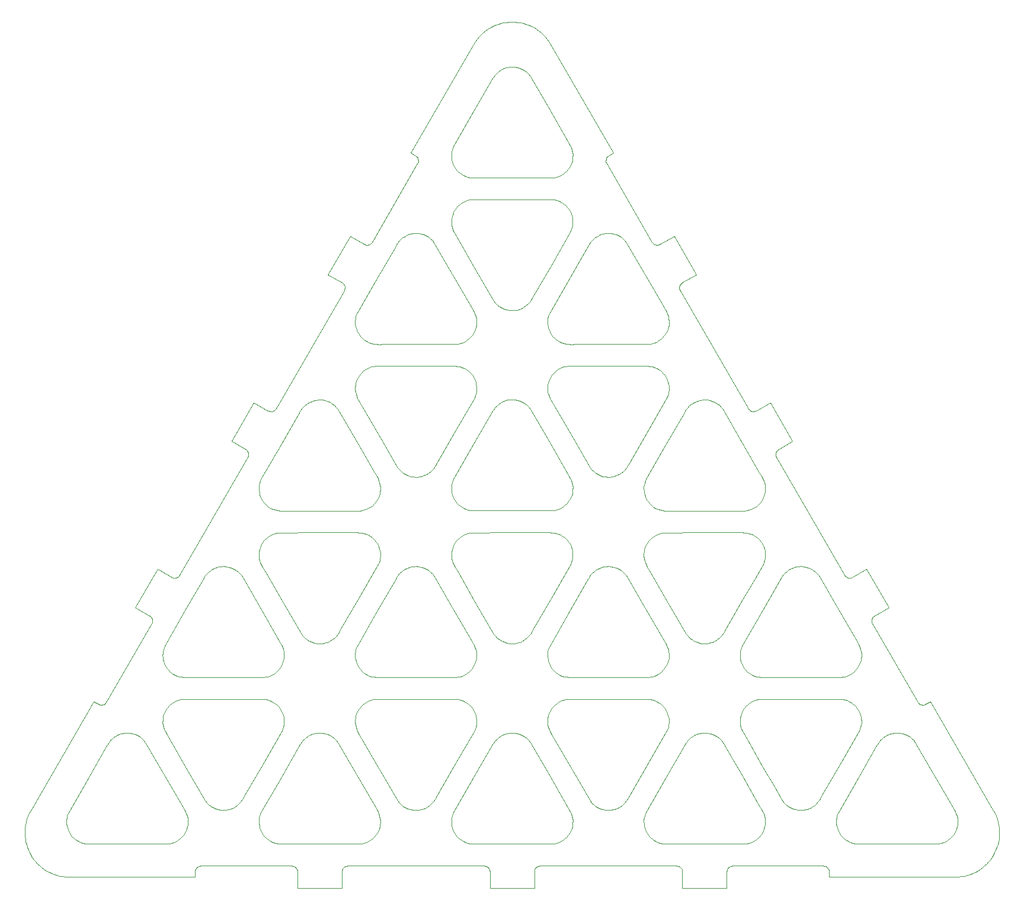
<source format=gbr>
%TF.GenerationSoftware,KiCad,Pcbnew,(6.0.0)*%
%TF.CreationDate,2022-01-31T15:47:42-08:00*%
%TF.ProjectId,PCB-top,5043422d-746f-4702-9e6b-696361645f70,rev?*%
%TF.SameCoordinates,Original*%
%TF.FileFunction,Profile,NP*%
%FSLAX46Y46*%
G04 Gerber Fmt 4.6, Leading zero omitted, Abs format (unit mm)*
G04 Created by KiCad (PCBNEW (6.0.0)) date 2022-01-31 15:47:42*
%MOMM*%
%LPD*%
G01*
G04 APERTURE LIST*
%TA.AperFunction,Profile*%
%ADD10C,0.100000*%
%TD*%
G04 APERTURE END LIST*
D10*
%TO.C,Ref\u002A\u002A*%
X166870000Y-53845300D02*
X166709000Y-53881700D01*
X196240000Y-139526000D02*
X201448000Y-139527000D01*
X167025000Y-53775600D02*
X166870000Y-53845300D01*
X204080000Y-119501000D02*
X203959000Y-119389000D01*
X158880800Y-134606000D02*
X159255600Y-134676000D01*
X131248300Y-99966100D02*
X131035300Y-100038300D01*
X118393000Y-76026100D02*
X118393000Y-76026100D01*
X178954000Y-123720000D02*
X179290000Y-124288000D01*
X168292500Y-74061300D02*
X168249800Y-73781200D01*
X126826900Y-68095200D02*
X127499100Y-68088500D01*
X106879700Y-133777000D02*
X107035600Y-133614000D01*
X165422200Y-96195800D02*
X165253000Y-96423200D01*
X110976400Y-118939000D02*
X110654300Y-118874000D01*
X126801300Y-89996300D02*
X126905100Y-89732900D01*
X145507400Y-110863000D02*
X145889100Y-110887000D01*
X188927000Y-100394300D02*
X188601000Y-100199900D01*
X152697300Y-67750000D02*
X153003900Y-67883300D01*
X167049900Y-95119200D02*
X166780300Y-95206600D01*
X181947000Y-87899500D02*
X181838000Y-87583500D01*
X154401200Y-42107900D02*
X154480100Y-41835700D01*
X138774700Y-71405300D02*
X138455600Y-71309900D01*
X125858600Y-95692000D02*
X125624200Y-95527900D01*
X96001000Y-121545000D02*
X95976200Y-121830000D01*
X214209000Y-141762000D02*
X214441000Y-141435000D01*
X112078500Y-91791200D02*
X112406900Y-91854600D01*
X127036700Y-89181300D02*
X127061500Y-88896200D01*
X140549400Y-113808000D02*
X140653200Y-113545000D01*
X147983400Y-124439000D02*
X147682400Y-124207000D01*
X110927300Y-138846000D02*
X111161700Y-139010000D01*
X165695200Y-68043000D02*
X165973100Y-67981900D01*
X151759800Y-67019300D02*
X151956100Y-67223800D01*
X208702000Y-134020000D02*
X206099000Y-129510000D01*
X124365900Y-72171300D02*
X124177900Y-72383500D01*
X199720000Y-105731400D02*
X196545000Y-100232200D01*
X132816100Y-87004200D02*
X133033900Y-86947500D01*
X123464800Y-122170000D02*
X123502700Y-122502000D01*
X167691100Y-72490600D02*
X167514800Y-72269100D01*
X130348000Y-86519500D02*
X130674100Y-86713900D01*
X138746400Y-115519000D02*
X139006100Y-115407000D01*
X120627700Y-109965000D02*
X120783700Y-109802000D01*
X200654000Y-123657000D02*
X200429000Y-123681000D01*
X182061000Y-88555800D02*
X182024000Y-88223600D01*
X150610500Y-24090300D02*
X150314400Y-23780300D01*
X105401400Y-99931700D02*
X105026600Y-99862300D01*
X187134000Y-99838600D02*
X187134000Y-99838600D01*
X180499000Y-139084000D02*
X180734000Y-138927000D01*
X120186300Y-76581800D02*
X119859900Y-76387300D01*
X123507100Y-112005000D02*
X123474500Y-112286000D01*
X145214200Y-28471900D02*
X144996400Y-28528700D01*
X152067200Y-119600000D02*
X151861900Y-119796000D01*
X107537300Y-132864000D02*
X110285500Y-128108000D01*
X188447000Y-134412000D02*
X188647000Y-134311000D01*
X133847900Y-134196000D02*
X134033200Y-134069000D01*
X164951400Y-71193400D02*
X164279400Y-71200100D01*
X97501900Y-139331000D02*
X97761600Y-139219000D01*
X146781600Y-110759000D02*
X146994500Y-110687000D01*
X112214900Y-114937000D02*
X112420300Y-114742000D01*
X162305100Y-133258000D02*
X162424400Y-133065000D01*
X154341300Y-39958400D02*
X154206000Y-39650200D01*
X138127300Y-71246500D02*
X137792800Y-71209600D01*
X168275800Y-64410900D02*
X168198900Y-64086900D01*
X115152000Y-143181000D02*
X115200900Y-143338000D01*
X176704000Y-143038000D02*
X176806000Y-142914000D01*
X113235900Y-113273000D02*
X113288600Y-112993000D01*
X124728900Y-91794400D02*
X124998400Y-91706900D01*
X179037000Y-95022100D02*
X178700000Y-95005900D01*
X152523900Y-119266000D02*
X152288300Y-119423000D01*
X195746000Y-121406000D02*
X195679000Y-121130000D01*
X164717100Y-98017500D02*
X164709500Y-98357900D01*
X182052000Y-98439200D02*
X182059000Y-98156500D01*
X165010500Y-87381900D02*
X164896800Y-87645000D01*
X108981900Y-76419700D02*
X105806900Y-81918900D01*
X132062200Y-41117000D02*
X132200000Y-41216200D01*
X147356000Y-28762300D02*
X147008900Y-28607400D01*
X172820000Y-95011000D02*
X167612600Y-95025100D01*
X148619400Y-22602000D02*
X148246800Y-22440800D01*
X195802000Y-112708000D02*
X195810000Y-112368000D01*
X87698800Y-119501000D02*
X87560700Y-119585000D01*
X166582600Y-119166000D02*
X166281900Y-119034000D01*
X166154000Y-139010000D02*
X166445100Y-139187000D01*
X153323000Y-67978700D02*
X153651300Y-68042100D01*
X140753400Y-121406000D02*
X140686900Y-121130000D01*
X124008400Y-120236000D02*
X123859500Y-120477000D01*
X116298900Y-110099000D02*
X116600000Y-110331000D01*
X113751200Y-91901000D02*
X118958900Y-91902500D01*
X138011500Y-138456000D02*
X138207800Y-138661000D01*
X170717900Y-125093000D02*
X170598600Y-125285000D01*
X166502400Y-115407000D02*
X166750800Y-115271000D01*
X86774000Y-119558000D02*
X86114300Y-119177000D01*
X148279800Y-109802000D02*
X148424400Y-109628800D01*
X145889100Y-110887000D02*
X146116700Y-110881000D01*
X169372000Y-142669000D02*
X169541000Y-142686000D01*
X179721000Y-139419000D02*
X179991000Y-139332000D01*
X144375700Y-124039000D02*
X144182300Y-124153000D01*
X174278000Y-110760000D02*
X174491000Y-110687000D01*
X213957000Y-142075000D02*
X214209000Y-141762000D01*
X111876000Y-119340000D02*
X111590300Y-119166000D01*
X138455600Y-71309900D02*
X138127300Y-71246500D01*
X124008700Y-72610900D02*
X123859900Y-72851900D01*
X126954600Y-135524000D02*
X126845300Y-135208000D01*
X173385000Y-110887000D02*
X173385000Y-110887000D01*
X139831200Y-95058200D02*
X139553300Y-95119200D01*
X110711600Y-138661000D02*
X110927300Y-138846000D01*
X101977100Y-101280500D02*
X101857800Y-101472800D01*
X192483000Y-118819000D02*
X191823000Y-118825000D01*
X164810800Y-135541000D02*
X164751800Y-135818000D01*
X131466100Y-99909400D02*
X131248300Y-99966100D01*
X194366000Y-101470300D02*
X194205000Y-101506700D01*
X123566200Y-111728000D02*
X123507100Y-112005000D01*
X175920000Y-109628800D02*
X176053000Y-109445800D01*
X164719100Y-136099000D02*
X164712200Y-136382000D01*
X147596300Y-62759700D02*
X147781500Y-62631800D01*
X151583600Y-66797800D02*
X151759800Y-67019300D01*
X172933000Y-76056300D02*
X172711000Y-76096900D01*
X174060000Y-110816000D02*
X174278000Y-110760000D01*
X195708000Y-122809000D02*
X195767000Y-122532000D01*
X140629600Y-24784800D02*
X140390000Y-25169300D01*
X132141000Y-134700000D02*
X132368700Y-134693000D01*
X138949100Y-91518300D02*
X139255700Y-91651600D01*
X116879500Y-124039000D02*
X116686200Y-124154000D01*
X104644700Y-134700000D02*
X104644700Y-134700000D01*
X76406840Y-139227000D02*
X76503840Y-139618000D01*
X146270900Y-76005400D02*
X145889200Y-75981800D01*
X164773100Y-89319700D02*
X164839600Y-89595200D01*
X151003400Y-112005000D02*
X150970800Y-112286000D01*
X125026500Y-95217800D02*
X124707500Y-95122400D01*
X139081300Y-71538600D02*
X138774700Y-71405300D01*
X110418000Y-115700000D02*
X110702800Y-115667000D01*
X148781900Y-61427500D02*
X151530100Y-56670800D01*
X143997000Y-76612600D02*
X143820700Y-76752700D01*
X179256000Y-114644000D02*
X179453000Y-114849000D01*
X173951000Y-139527000D02*
X176555000Y-139527000D01*
X179668000Y-115034000D02*
X179903000Y-115198000D01*
X168313600Y-64743100D02*
X168275800Y-64410900D01*
X131021200Y-134493000D02*
X131384500Y-134606000D01*
X137925900Y-96196000D02*
X137756700Y-96423400D01*
X170211000Y-143507000D02*
X170211000Y-145844000D01*
X94499600Y-107567400D02*
X94495400Y-107729400D01*
X111930400Y-77530900D02*
X111792300Y-77615600D01*
X208452000Y-138750000D02*
X208657000Y-138554000D01*
X148124300Y-62339900D02*
X148280200Y-62177000D01*
X159339700Y-42107200D02*
X159303300Y-41946500D01*
X204527000Y-119668000D02*
X204368000Y-119642000D01*
X140273600Y-114302000D02*
X140422400Y-114061000D01*
X125741700Y-138927000D02*
X125962800Y-138750000D01*
X154480100Y-41835700D02*
X154532800Y-41556300D01*
X140593200Y-111396000D02*
X140457900Y-111087000D01*
X154555600Y-98439100D02*
X154562500Y-98156400D01*
X104644700Y-134700000D02*
X104644700Y-134700000D01*
X140807600Y-74626600D02*
X140814500Y-74343900D01*
X129750100Y-53299200D02*
X129605600Y-53472500D01*
X140653000Y-65920400D02*
X140731900Y-65648200D01*
X138476800Y-115606000D02*
X138746400Y-115519000D01*
X139489900Y-115114000D02*
X139711100Y-114937000D01*
X104102600Y-118824000D02*
X98871500Y-118837000D01*
X111993800Y-115114000D02*
X112214900Y-114937000D01*
X96363200Y-120477000D02*
X96236200Y-120730000D01*
X153322900Y-115603000D02*
X153651200Y-115667000D01*
X127066400Y-98156400D02*
X127048100Y-97873900D01*
X124753800Y-53775600D02*
X122730000Y-52607200D01*
X165646900Y-118874000D02*
X165318600Y-118836000D01*
X157745300Y-52844300D02*
X157569000Y-52984500D01*
X160394000Y-52306700D02*
X160019200Y-52237200D01*
X160393800Y-99931700D02*
X160019000Y-99862300D01*
X201448000Y-139527000D02*
X204052000Y-139527000D01*
X111528000Y-95318900D02*
X111279700Y-95454400D01*
X134532100Y-85989400D02*
X134676600Y-85816100D01*
X168271300Y-74907600D02*
X168303900Y-74626600D01*
X147086100Y-22105900D02*
X146689400Y-22043900D01*
X112078500Y-139416000D02*
X112406800Y-139479000D01*
X124450900Y-139480000D02*
X124728800Y-139419000D01*
X159865000Y-87068700D02*
X160090200Y-87044800D01*
X140809500Y-112708000D02*
X140817200Y-112368000D01*
X181761000Y-99531700D02*
X181874000Y-99268600D01*
X132522700Y-99862300D02*
X132141000Y-99838600D01*
X168126200Y-75456100D02*
X168212300Y-75184800D01*
X140194900Y-120115000D02*
X140018600Y-119894000D01*
X123652200Y-111457000D02*
X123566200Y-111728000D01*
X125540500Y-53803100D02*
X125389800Y-53859300D01*
X148254500Y-124706000D02*
X147983400Y-124439000D01*
X125257900Y-139219000D02*
X125506200Y-139084000D01*
X120099700Y-110384000D02*
X120284900Y-110257000D01*
X146342200Y-63232300D02*
X146564200Y-63191800D01*
X119285500Y-110760000D02*
X119498400Y-110687000D01*
X143159100Y-22602000D02*
X142795900Y-22788100D01*
X104192000Y-99868900D02*
X103970000Y-99909400D01*
X166868100Y-71715400D02*
X166577100Y-71538500D01*
X153031900Y-119019000D02*
X152772200Y-119131000D01*
X131688100Y-99868800D02*
X131466100Y-99909400D01*
X140796100Y-121686000D02*
X140753400Y-121406000D01*
X76460940Y-136369000D02*
X76369940Y-136781000D01*
X140350600Y-72727300D02*
X140195000Y-72490800D01*
X140390000Y-25169300D02*
X131402500Y-40736100D01*
X147009000Y-76188100D02*
X146645700Y-76074900D01*
X164929300Y-137489000D02*
X165041500Y-137749000D01*
X132897500Y-52306700D02*
X132522700Y-52237300D01*
X167745100Y-82617900D02*
X165010500Y-87381900D01*
X147983400Y-29188900D02*
X147682400Y-28956800D01*
X154557600Y-41271200D02*
X154565300Y-40930700D01*
X179080000Y-114423000D02*
X179256000Y-114644000D01*
X191112000Y-143181000D02*
X191160000Y-143338000D01*
X133246600Y-134500000D02*
X133453900Y-134413000D01*
X209525000Y-136806000D02*
X209550000Y-136521000D01*
X96053600Y-121265000D02*
X96001000Y-121545000D01*
X178559000Y-111728000D02*
X178500000Y-112005000D01*
X112406900Y-91854600D02*
X112741400Y-91891500D01*
X132141000Y-52213600D02*
X132141000Y-52213600D01*
X143997100Y-124281000D02*
X143820900Y-124422000D01*
X187134000Y-99838600D02*
X186906000Y-99845000D01*
X197446000Y-107120000D02*
X197558000Y-106999100D01*
X158170300Y-134338000D02*
X158517500Y-134493000D01*
X164873400Y-97180600D02*
X164794500Y-97452900D01*
X192774000Y-128108000D02*
X194147000Y-125729000D01*
X154170300Y-137874000D02*
X154297300Y-137621000D01*
X123485800Y-65227200D02*
X123528600Y-65507300D01*
X100744200Y-143038000D02*
X100846500Y-142914000D01*
X164712200Y-136382000D02*
X164730400Y-136664000D01*
X102109500Y-101097500D02*
X101977100Y-101280500D01*
X154435000Y-97318400D02*
X154345200Y-97049500D01*
X123595100Y-113407000D02*
X123684800Y-113676000D01*
X145889100Y-28401100D02*
X145661400Y-28407500D01*
X174505000Y-123857000D02*
X174142000Y-123744000D01*
X151947100Y-44230400D02*
X152225000Y-44169400D01*
X96767100Y-114644000D02*
X96963400Y-114848000D01*
X98402500Y-101093800D02*
X98303300Y-101231600D01*
X178567000Y-122809000D02*
X178673000Y-123121000D01*
X121716600Y-59374100D02*
X121828400Y-59495000D01*
X140116000Y-95025100D02*
X139831200Y-95058200D01*
X138540300Y-95611400D02*
X138319200Y-95788400D01*
X165277900Y-128108000D02*
X168012600Y-123344000D01*
X112698600Y-120115000D02*
X112522300Y-119894000D01*
X153458900Y-138750000D02*
X153664200Y-138554000D01*
X123824200Y-123450000D02*
X123979000Y-123751000D01*
X204218000Y-119585000D02*
X204080000Y-119501000D01*
X139903000Y-44229600D02*
X140237500Y-44266500D01*
X142697200Y-143338000D02*
X142714200Y-143507000D01*
X145889100Y-110887000D02*
X145889100Y-110887000D01*
X148676400Y-61628300D02*
X148781900Y-61427500D01*
X165175800Y-137998000D02*
X165331300Y-138235000D01*
X105537400Y-134572000D02*
X105750300Y-134500000D01*
X181960000Y-98997400D02*
X182019000Y-98720300D01*
X145889200Y-21994300D02*
X145488500Y-22006700D01*
X125805300Y-71306700D02*
X125535800Y-71394200D01*
X203484000Y-125007000D02*
X203247000Y-124706000D01*
X99177900Y-137874000D02*
X99304900Y-137621000D01*
X154464200Y-51372300D02*
X154523200Y-51095200D01*
X162028200Y-85989400D02*
X162172700Y-85816100D01*
X96011000Y-112005000D02*
X95978400Y-112286000D01*
X145661400Y-28407500D02*
X145436200Y-28431400D01*
X125258100Y-91594700D02*
X125506400Y-91459300D01*
X123931500Y-66561300D02*
X124087100Y-66797800D01*
X110285500Y-128108000D02*
X113019800Y-123344000D01*
X129248400Y-54048600D02*
X126500200Y-58805300D01*
X110515400Y-90831900D02*
X110711700Y-91036300D01*
X103332000Y-100125400D02*
X103131300Y-100226600D01*
X200207000Y-123721000D02*
X199989000Y-123778000D01*
X185040000Y-133912000D02*
X185341000Y-134144000D01*
X137490800Y-118819000D02*
X136830500Y-118825000D01*
X180269000Y-119131000D02*
X180020000Y-119266000D01*
X145488500Y-22006700D02*
X145089000Y-22043900D01*
X103131300Y-100226600D02*
X102937900Y-100341500D01*
X99213700Y-134900000D02*
X99058900Y-134599000D01*
X134209600Y-86304100D02*
X134376100Y-86152300D01*
X151504700Y-120235000D02*
X151355800Y-120477000D01*
X140237600Y-91847300D02*
X140575200Y-91863500D01*
X104263000Y-134676000D02*
X104644700Y-134700000D01*
X164730400Y-89039600D02*
X164773100Y-89319700D01*
X137545400Y-137749000D02*
X137679700Y-137998000D01*
X188239000Y-134499000D02*
X188447000Y-134412000D01*
X180734000Y-91302400D02*
X180955000Y-91125500D01*
X168093400Y-73236800D02*
X167981000Y-72976500D01*
X173768000Y-76050000D02*
X173386000Y-76026100D01*
X132594100Y-87044800D02*
X132816100Y-87004200D01*
X209044000Y-134599000D02*
X208702000Y-134020000D01*
X152171800Y-67409100D02*
X152406200Y-67573200D01*
X146455000Y-139527000D02*
X149058800Y-139527000D01*
X160312200Y-87004300D02*
X160530000Y-86947500D01*
X175092000Y-110384000D02*
X175277000Y-110257000D01*
X113206400Y-111712000D02*
X113097000Y-111396000D01*
X148280200Y-62177000D02*
X148424700Y-62003700D01*
X131688100Y-52243900D02*
X131466100Y-52284400D01*
X160376000Y-40736100D02*
X151388500Y-25169300D01*
X147595800Y-110384000D02*
X147781100Y-110257000D01*
X192307000Y-135541000D02*
X192248000Y-135818000D01*
X179026000Y-104296200D02*
X180399000Y-101916900D01*
X160743000Y-86875300D02*
X160950200Y-86788300D01*
X76267540Y-138018000D02*
X76288040Y-138426000D01*
X142648400Y-143181000D02*
X142697200Y-143338000D01*
X137822300Y-118836000D02*
X137490800Y-118819000D01*
X138198900Y-68043000D02*
X138476800Y-67981900D01*
X132475100Y-41946500D02*
X132438700Y-42107200D01*
X186592000Y-118824000D02*
X181361000Y-118837000D01*
X116324700Y-124422000D02*
X116158200Y-124573000D01*
X212059000Y-143576000D02*
X212418000Y-143376000D01*
X117827100Y-95011100D02*
X112619900Y-95025100D01*
X204689000Y-119664000D02*
X204527000Y-119668000D01*
X215009000Y-140376000D02*
X215153000Y-140001000D01*
X158517500Y-134493000D02*
X158880800Y-134606000D01*
X161529500Y-134069000D02*
X161705800Y-133929000D01*
X102279200Y-133644000D02*
X102550200Y-133912000D01*
X138011600Y-90787600D02*
X138207900Y-90992100D01*
X154021700Y-90446000D02*
X154170500Y-90205000D01*
X110980700Y-115606000D02*
X111250300Y-115519000D01*
X173385000Y-123651000D02*
X173385000Y-123651000D01*
X116158200Y-124573000D02*
X116002300Y-124736000D01*
X171872000Y-124039000D02*
X171678000Y-124154000D01*
X119906300Y-110499000D02*
X120099700Y-110384000D01*
X137222700Y-136099000D02*
X137215800Y-136382000D01*
X131020900Y-86868600D02*
X131384100Y-86981800D01*
X164896800Y-87645000D02*
X164810800Y-87916200D01*
X140814400Y-121968000D02*
X140796100Y-121686000D01*
X162172700Y-85816100D02*
X162305100Y-85633000D01*
X134809000Y-85633000D02*
X134928300Y-85440800D01*
X129539100Y-133343000D02*
X129775500Y-133644000D01*
X157568900Y-100609500D02*
X157402400Y-100761300D01*
X132311800Y-41337200D02*
X132396500Y-41475300D01*
X117940100Y-123681000D02*
X117718100Y-123721000D01*
X131759000Y-87051300D02*
X132141200Y-87075100D01*
X130248800Y-52844300D02*
X130072500Y-52984500D01*
X120758400Y-124706000D02*
X120487300Y-124439000D01*
X121813400Y-142914000D02*
X121937500Y-142812000D01*
X165253000Y-96423200D02*
X165104100Y-96664200D01*
X164977100Y-96917200D02*
X164873400Y-97180600D01*
X153709400Y-134020000D02*
X151106900Y-129510000D01*
X116600000Y-110331000D02*
X116926300Y-110526000D01*
X103888200Y-134606000D02*
X104263000Y-134676000D01*
X146116700Y-110881000D02*
X146341900Y-110857000D01*
X193004000Y-138456000D02*
X193201000Y-138661000D01*
X165010400Y-135006000D02*
X164896800Y-135270000D01*
X179443000Y-139480000D02*
X179721000Y-139419000D01*
X111452800Y-139187000D02*
X111759500Y-139320000D01*
X188601000Y-100199900D02*
X188254000Y-100045100D01*
X154401300Y-89688600D02*
X154480200Y-89416400D01*
X165951700Y-71309800D02*
X165623400Y-71246500D01*
X140753600Y-73781400D02*
X140687000Y-73505900D01*
X138011500Y-43206900D02*
X138207800Y-43411300D01*
X123979000Y-123751000D02*
X124320800Y-124330000D01*
X90221800Y-123721000D02*
X90004000Y-123778000D01*
X125535500Y-119019000D02*
X125275800Y-119131000D01*
X129776100Y-86019700D02*
X130047200Y-86287400D01*
X137756900Y-48798400D02*
X137608100Y-49039400D01*
X167954100Y-63462600D02*
X167799200Y-63162100D01*
X111758300Y-115271000D02*
X111993800Y-115114000D01*
X164747300Y-98690100D02*
X164824100Y-99014100D01*
X174143000Y-76119500D02*
X173768000Y-76050000D01*
X194815000Y-119689000D02*
X194599000Y-119504000D01*
X102254000Y-100924200D02*
X102109500Y-101097500D01*
X102042800Y-133343000D02*
X102279200Y-133644000D01*
X147983500Y-76769700D02*
X147682500Y-76537600D01*
X209473000Y-137085000D02*
X209525000Y-136806000D01*
X182026000Y-135860000D02*
X181952000Y-135541000D01*
X86114300Y-119177000D02*
X77126840Y-134744000D01*
X152829400Y-47726100D02*
X152522800Y-47592800D01*
X124166200Y-91888500D02*
X124451000Y-91855400D01*
X172630000Y-110794000D02*
X173004000Y-110864000D01*
X96114400Y-129510000D02*
X93498600Y-125007000D01*
X195451000Y-111087000D02*
X195296000Y-110787000D01*
X180194000Y-115375000D02*
X180500000Y-115508000D01*
X143353800Y-77240800D02*
X143221400Y-77423900D01*
X97734900Y-101510900D02*
X97573000Y-101506700D01*
X158531800Y-52413300D02*
X158324600Y-52500400D01*
X104644900Y-99838600D02*
X104644900Y-99838600D01*
X159409400Y-42262000D02*
X159339700Y-42107200D01*
X167412800Y-67117600D02*
X167600800Y-66905400D01*
X178790000Y-113937000D02*
X178924000Y-114186000D01*
X151759600Y-114644000D02*
X151955900Y-114848000D01*
X169048000Y-52607200D02*
X167025000Y-53775600D01*
X150993600Y-121545000D02*
X150968800Y-121830000D01*
X145436300Y-123681000D02*
X145214300Y-123721000D01*
X210892000Y-144033000D02*
X211295000Y-143905000D01*
X97295700Y-119423000D02*
X97074500Y-119600000D01*
X165703800Y-138661000D02*
X165919500Y-138846000D01*
X109759200Y-135818000D02*
X109726500Y-136099000D01*
X126356300Y-90717700D02*
X126525500Y-90490300D01*
X84582200Y-139416000D02*
X84910500Y-139479000D01*
X138949000Y-139187000D02*
X139255600Y-139320000D01*
X111787700Y-95206700D02*
X111528000Y-95318900D01*
X134928300Y-85440800D02*
X135033800Y-85240000D01*
X96236200Y-120730000D02*
X96132500Y-120993000D01*
X113100800Y-120861000D02*
X112988400Y-120601000D01*
X138113900Y-95983800D02*
X137925900Y-96196000D01*
X95968500Y-122170000D02*
X96006400Y-122502000D01*
X152522800Y-47592800D02*
X152203800Y-47497400D01*
X151955900Y-114848000D02*
X152171600Y-115034000D01*
X96681200Y-120008000D02*
X96512100Y-120236000D01*
X109716800Y-98358000D02*
X109754700Y-98690200D01*
X137234100Y-88995400D02*
X137276800Y-89275500D01*
X168305900Y-65083700D02*
X168313600Y-64743100D01*
X140796300Y-74061400D02*
X140753600Y-73781400D01*
X97179100Y-115034000D02*
X97413500Y-115198000D01*
X125805100Y-118931000D02*
X125535500Y-119019000D01*
X149675300Y-23234500D02*
X149335000Y-22998900D01*
X168183200Y-121130000D02*
X168093400Y-120861000D01*
X108164900Y-83445600D02*
X108221200Y-83596300D01*
X94473000Y-107408800D02*
X94499600Y-107567400D01*
X104644700Y-134700000D02*
X104872400Y-134693000D01*
X157101900Y-101097500D02*
X156969500Y-101280600D01*
X109726500Y-88474400D02*
X109719600Y-88757200D01*
X80483040Y-143905000D02*
X80886140Y-144033000D01*
X194248000Y-115271000D02*
X194483000Y-115114000D01*
X139574700Y-139416000D02*
X139903000Y-139479000D01*
X209443000Y-135524000D02*
X209334000Y-135208000D01*
X151540800Y-95022100D02*
X151203200Y-95005900D01*
X137276700Y-41694700D02*
X137343300Y-41970200D01*
X148491100Y-77338400D02*
X148254600Y-77037300D01*
X137250800Y-98690200D02*
X137327700Y-99014200D01*
X178465000Y-121830000D02*
X178457000Y-122164000D01*
X158517500Y-86868800D02*
X158880800Y-86982000D01*
X166502400Y-67782300D02*
X166750700Y-67646900D01*
X209014000Y-138115000D02*
X209163000Y-137874000D01*
X181976000Y-137086000D02*
X182029000Y-136806000D01*
X137792800Y-71209600D02*
X137455200Y-71193400D01*
X134033200Y-134069000D02*
X134209500Y-133929000D01*
X132200000Y-41216200D02*
X132311800Y-41337200D01*
X170598600Y-77660300D02*
X170493100Y-77861100D01*
X152067300Y-71975900D02*
X151862000Y-72171300D01*
X151428000Y-66561300D02*
X151583600Y-66797800D01*
X150314400Y-23780300D02*
X150002300Y-23495000D01*
X167967400Y-111114000D02*
X167816800Y-110818000D01*
X179986000Y-77615600D02*
X179848000Y-77530900D01*
X96482700Y-123751000D02*
X96824500Y-124330000D01*
X140484900Y-72976800D02*
X140350600Y-72727300D01*
X145323300Y-95011100D02*
X140116000Y-95025100D01*
X178673000Y-123121000D02*
X178804000Y-123424000D01*
X88828400Y-124422000D02*
X88661900Y-124573000D01*
X134506400Y-100894100D02*
X134235300Y-100626400D01*
X151320400Y-75826000D02*
X151475200Y-76126500D01*
X149335000Y-22998900D02*
X148982600Y-22788100D01*
X137608100Y-49039400D02*
X137481000Y-49292400D01*
X167457200Y-62583300D02*
X164855000Y-58072600D01*
X138476800Y-67981900D02*
X138746300Y-67894400D01*
X172932000Y-123681000D02*
X172710000Y-123722000D01*
X153354900Y-48067000D02*
X153120500Y-47902900D01*
X153238000Y-91258000D02*
X153459200Y-91081000D01*
X151106900Y-81840900D02*
X148491100Y-77338400D01*
X126768100Y-99531700D02*
X126881800Y-99268600D01*
X161150900Y-134311000D02*
X161344300Y-134196000D01*
X185821000Y-100125400D02*
X185620000Y-100226600D01*
X144783500Y-76181600D02*
X144576300Y-76268600D01*
X151583300Y-114422000D02*
X151759600Y-114644000D01*
X107312500Y-133258000D02*
X107431800Y-133065000D01*
X147781100Y-110257000D02*
X147957300Y-110117000D01*
X187134000Y-134700000D02*
X187362000Y-134693000D01*
X116686200Y-124154000D02*
X116501000Y-124281000D01*
X162305100Y-85633000D02*
X162424400Y-85440800D01*
X143498200Y-29486700D02*
X143353700Y-29660000D01*
X126905000Y-137358000D02*
X126983900Y-137086000D01*
X151355800Y-120477000D02*
X151228800Y-120730000D01*
X168012600Y-123344000D02*
X168126300Y-123080000D01*
X165175800Y-90373700D02*
X165331400Y-90610200D01*
X111759500Y-139320000D02*
X112078500Y-139416000D01*
X119149600Y-123744000D02*
X118774800Y-123674000D01*
X89383200Y-124039000D02*
X89189800Y-124154000D01*
X109994500Y-118819000D02*
X109334200Y-118825000D01*
X169965000Y-142914000D02*
X170067000Y-143038000D01*
X153864200Y-118837000D02*
X153579400Y-118870000D01*
X153852200Y-138342000D02*
X154021400Y-138115000D01*
X159637300Y-134700000D02*
X159637300Y-134700000D01*
X180019000Y-95217900D02*
X179700000Y-95122400D01*
X126710000Y-134900000D02*
X126555200Y-134599000D01*
X150968800Y-121830000D02*
X150961100Y-122170000D01*
X140784600Y-65368800D02*
X140809500Y-65083700D01*
X138198900Y-115667000D02*
X138476800Y-115606000D01*
X153459200Y-91081000D02*
X153664500Y-90885600D01*
X82262800Y-135818000D02*
X82230200Y-136099000D01*
X178603000Y-81885100D02*
X175987000Y-77382600D01*
X179721000Y-91794400D02*
X179991000Y-91707000D01*
X154401100Y-137358000D02*
X154480000Y-137086000D01*
X148254500Y-29456600D02*
X147983400Y-29188900D01*
X145889200Y-75981800D02*
X145889200Y-75981800D01*
X96435300Y-114186000D02*
X96590800Y-114422000D01*
X101857800Y-101472800D02*
X101752300Y-101673600D01*
X208657000Y-138554000D02*
X208845000Y-138342000D01*
X110339100Y-138235000D02*
X110515300Y-138456000D01*
X119859900Y-124012000D02*
X119512800Y-123857000D01*
X140457800Y-63462700D02*
X140303100Y-63162100D01*
X126555100Y-86974600D02*
X126213200Y-86395800D01*
X127059500Y-98439200D02*
X127066400Y-98156400D01*
X123472700Y-74205000D02*
X123465100Y-74545500D01*
X106536900Y-134069000D02*
X106713200Y-133929000D01*
X114848400Y-142812000D02*
X114972400Y-142914000D01*
X109726500Y-136099000D02*
X109719700Y-136382000D01*
X164929300Y-89864100D02*
X165041600Y-90124300D01*
X137276800Y-89275500D02*
X137343400Y-89551000D01*
X140516300Y-75719200D02*
X140630000Y-75456000D01*
X178678000Y-113676000D02*
X178790000Y-113937000D01*
X142202300Y-142735000D02*
X142344700Y-142812000D01*
X123467600Y-112569000D02*
X123485800Y-112852000D01*
X140715900Y-122809000D02*
X140774900Y-122532000D01*
X156850400Y-53847800D02*
X156744900Y-54048600D01*
X207487000Y-139331000D02*
X207747000Y-139219000D01*
X159184400Y-99868800D02*
X158962400Y-99909400D01*
X189228000Y-100626300D02*
X188927000Y-100394300D01*
X138658000Y-91341400D02*
X138949100Y-91518300D01*
X166270600Y-71405200D02*
X165951700Y-71309800D01*
X147682400Y-28956800D02*
X147356000Y-28762300D01*
X95978400Y-112286000D02*
X95971500Y-112569000D01*
X181838000Y-87583500D02*
X181703000Y-87275200D01*
X117080200Y-123937000D02*
X116879500Y-124039000D01*
X122406100Y-142669000D02*
X141876000Y-142669000D01*
X121969300Y-59783800D02*
X121995900Y-59942400D01*
X124998400Y-91706900D02*
X125258100Y-91594700D01*
X151148600Y-63832600D02*
X151062600Y-64103800D01*
X126801200Y-137621000D02*
X126905000Y-137358000D01*
X213395000Y-142651000D02*
X213685000Y-142371000D01*
X115500400Y-125486000D02*
X112752200Y-130242000D01*
X186028000Y-100038300D02*
X185821000Y-100125400D01*
X123684800Y-113676000D02*
X123797200Y-113936000D01*
X176930000Y-142812000D02*
X177072000Y-142735000D01*
X140775000Y-74907700D02*
X140807600Y-74626600D01*
X145889300Y-63262600D02*
X146117000Y-63256200D01*
X139916400Y-114742000D02*
X140104400Y-114530000D01*
X198814000Y-124422000D02*
X198647000Y-124573000D01*
X151541000Y-47397100D02*
X151203300Y-47380900D01*
X171494000Y-76656700D02*
X171317000Y-76796900D01*
X166577100Y-71538500D02*
X166270600Y-71405200D01*
X165104100Y-96664200D02*
X164977100Y-96917200D01*
X195542000Y-113808000D02*
X195646000Y-113545000D01*
X145132800Y-63169500D02*
X145507600Y-63238900D01*
X109904200Y-135270000D02*
X109818200Y-135541000D01*
X158324600Y-52500400D02*
X158123900Y-52601600D01*
X209550000Y-136521000D02*
X209558000Y-136181000D01*
X138114100Y-48358800D02*
X137926100Y-48571000D01*
X124909800Y-67573200D02*
X125200900Y-67750000D01*
X125535800Y-71394200D02*
X125276100Y-71506400D01*
X166750700Y-67646900D02*
X166986300Y-67489900D01*
X159637300Y-134700000D02*
X159865000Y-134693000D01*
X153301500Y-118931000D02*
X153031900Y-119019000D01*
X193465000Y-118939000D02*
X193143000Y-118874000D01*
X208231000Y-138927000D02*
X208452000Y-138750000D01*
X144692300Y-22105900D02*
X144299600Y-22192800D01*
X123824300Y-75826000D02*
X123979000Y-76126500D01*
X120487300Y-76813900D02*
X120186300Y-76581800D01*
X110049300Y-137749000D02*
X110183500Y-137998000D01*
X123507100Y-64381000D02*
X123474500Y-64662000D01*
X152288500Y-71798900D02*
X152067300Y-71975900D01*
X124166200Y-139513000D02*
X124450900Y-139480000D01*
X113079000Y-139533000D02*
X113751200Y-139526000D01*
X154464000Y-98997300D02*
X154523000Y-98720200D01*
X178521000Y-113132000D02*
X178588000Y-113407000D01*
X179001000Y-120235000D02*
X178852000Y-120476000D01*
X200882000Y-123651000D02*
X200882000Y-123651000D01*
X92991000Y-124439000D02*
X92690000Y-124206000D01*
X82440600Y-137489000D02*
X82552900Y-137749000D01*
X151947100Y-91811200D02*
X152225000Y-91750100D01*
X166238000Y-53803100D02*
X166100000Y-53718400D01*
X134506400Y-53269100D02*
X134235300Y-53001400D01*
X166389000Y-53859300D02*
X166238000Y-53803100D01*
X153996800Y-106429900D02*
X151262200Y-111193000D01*
X167399100Y-91854600D02*
X167733700Y-91891500D01*
X181161000Y-138555000D02*
X181349000Y-138343000D01*
X199989000Y-123778000D02*
X199776000Y-123850000D01*
X89583900Y-123937000D02*
X89383200Y-124039000D01*
X109984600Y-96917300D02*
X109880900Y-97180800D01*
X184241000Y-101673600D02*
X181493000Y-106430100D01*
X82284300Y-136944000D02*
X82350800Y-137220000D01*
X127061500Y-88896200D02*
X127069200Y-88555700D01*
X168071300Y-139533000D02*
X168743600Y-139526000D01*
X183614000Y-83445600D02*
X183698000Y-83307500D01*
X140457900Y-111087000D02*
X140303100Y-110787000D01*
X175751000Y-77081300D02*
X175480000Y-76813700D01*
X165610200Y-95983600D02*
X165422200Y-96195800D01*
X167481000Y-110250000D02*
X164866800Y-105718300D01*
X110183500Y-137998000D02*
X110339100Y-138235000D01*
X172493000Y-76153600D02*
X172280000Y-76225700D01*
X99458300Y-135524000D02*
X99349000Y-135208000D01*
X172267000Y-110681000D02*
X172630000Y-110794000D01*
X137298300Y-49828000D02*
X137245700Y-50107400D01*
X164866800Y-105718300D02*
X162239200Y-101195200D01*
X211295000Y-143905000D02*
X211685000Y-143753000D01*
X151062500Y-111728000D02*
X151003400Y-112005000D01*
X178493000Y-122491000D02*
X178567000Y-122809000D01*
X96327900Y-123450000D02*
X96482700Y-123751000D01*
X126489300Y-68079000D02*
X126826900Y-68095200D01*
X180326000Y-95351200D02*
X180019000Y-95217900D01*
X102937900Y-100341500D02*
X102752700Y-100469300D01*
X156744900Y-54048600D02*
X153996700Y-58805300D01*
X152522700Y-95217800D02*
X152203600Y-95122400D01*
X110711700Y-91036300D02*
X110927400Y-91221700D01*
X133033900Y-86947500D02*
X133246800Y-86875300D01*
X192828000Y-138235000D02*
X193004000Y-138456000D01*
X185667000Y-134338000D02*
X186014000Y-134493000D01*
X149058800Y-139527000D02*
X151662300Y-139513000D01*
X151875300Y-95059000D02*
X151540800Y-95022100D01*
X165919500Y-138846000D02*
X166154000Y-139010000D01*
X121995900Y-59942400D02*
X121991700Y-60104400D01*
X106111800Y-100199800D02*
X105764700Y-100044900D01*
X181518000Y-138115000D02*
X181667000Y-137874000D01*
X131466100Y-52284400D02*
X131248300Y-52341100D01*
X215409000Y-136781000D02*
X215318000Y-136369000D01*
X143531600Y-22440800D02*
X143159100Y-22602000D01*
X187134000Y-134700000D02*
X187134000Y-134700000D01*
X98330400Y-115603000D02*
X98658700Y-115666000D01*
X148556800Y-109445800D02*
X148676200Y-109253600D01*
X181595000Y-96539900D02*
X181440000Y-96303400D01*
X76369940Y-136781000D02*
X76307840Y-137195000D01*
X121828400Y-59495000D02*
X121913100Y-59633100D01*
X102851200Y-134144000D02*
X103177700Y-134338000D01*
X151817100Y-76705300D02*
X154419600Y-81216000D01*
X106158300Y-134311000D02*
X106351600Y-134196000D01*
X94495400Y-107729400D02*
X94459000Y-107890000D01*
X132141200Y-87075100D02*
X132141200Y-87075100D01*
X132368700Y-134693000D02*
X132593900Y-134669000D01*
X124087100Y-66797800D02*
X124263300Y-67019400D01*
X168292500Y-121686000D02*
X168249800Y-121406000D01*
X168012500Y-75719200D02*
X168126200Y-75456100D01*
X132141000Y-52213600D02*
X132141000Y-52213600D01*
X181952000Y-135541000D02*
X181847000Y-135230000D01*
X164896800Y-135270000D02*
X164810800Y-135541000D01*
X148123900Y-109965000D02*
X148279800Y-109802000D01*
X99004400Y-106429900D02*
X96269800Y-111194000D01*
X130828100Y-52500400D02*
X130627400Y-52601600D01*
X116501000Y-124281000D02*
X116324700Y-124422000D01*
X138746300Y-67894400D02*
X139006000Y-67782200D01*
X134235300Y-53001400D02*
X133934300Y-52769300D01*
X151662300Y-91844300D02*
X151947100Y-91811200D01*
X167799200Y-63162100D02*
X167457200Y-62583300D01*
X193734000Y-101428100D02*
X193596000Y-101343400D01*
X151075800Y-75201700D02*
X151185200Y-75517800D01*
X215275000Y-139618000D02*
X215372000Y-139227000D01*
X90896700Y-123651000D02*
X90896700Y-123651000D01*
X174853000Y-76387300D02*
X174506000Y-76232600D01*
X105319500Y-134629000D02*
X105537400Y-134572000D01*
X157844000Y-86519300D02*
X158170400Y-86713800D01*
X190339000Y-142669000D02*
X190508000Y-142686000D01*
X154378200Y-51643500D02*
X154464200Y-51372300D01*
X93498600Y-125007000D02*
X93262100Y-124706000D01*
X166868200Y-119340000D02*
X166582600Y-119166000D01*
X99029000Y-138115000D02*
X99177900Y-137874000D01*
X88506000Y-124736000D02*
X88361400Y-124910000D01*
X193475000Y-101231600D02*
X193376000Y-101093800D01*
X96032400Y-113132000D02*
X96098900Y-113407000D01*
X204368000Y-119642000D02*
X204218000Y-119585000D01*
X132141200Y-87075100D02*
X132368900Y-87068700D01*
X104417200Y-99845000D02*
X104192000Y-99868900D01*
X154557700Y-88851900D02*
X154565400Y-88511400D01*
X168277600Y-112047000D02*
X168203800Y-111729000D01*
X150964100Y-64944700D02*
X150982300Y-65227200D01*
X172710000Y-123722000D02*
X172492000Y-123778000D01*
X151262200Y-111193000D02*
X151148500Y-111457000D01*
X154345400Y-49424400D02*
X154233100Y-49164200D01*
X139086600Y-119166000D02*
X138785700Y-119034000D01*
X121991700Y-60104400D02*
X121955300Y-60265000D01*
X137298200Y-97453000D02*
X137245500Y-97732400D01*
X137234000Y-136664000D02*
X137276700Y-136944000D01*
X162028200Y-133614000D02*
X162172700Y-133441000D01*
X195266000Y-114302000D02*
X195415000Y-114061000D01*
X168310800Y-74343800D02*
X168292500Y-74061300D01*
X124379100Y-95059000D02*
X124044600Y-95022100D01*
X123797200Y-66311900D02*
X123931500Y-66561300D01*
X127499100Y-115713000D02*
X132706800Y-115715000D01*
X126446800Y-96303300D02*
X126270600Y-96081800D01*
X186906000Y-99845000D02*
X186681000Y-99868800D01*
X150982100Y-112852000D02*
X151024800Y-113132000D01*
X141247300Y-44276000D02*
X146455000Y-44277500D01*
X149207400Y-143038000D02*
X149309700Y-142914000D01*
X181548000Y-86974600D02*
X181206000Y-86395800D01*
X113288600Y-112993000D02*
X113313400Y-112708000D01*
X144182200Y-28904000D02*
X143996900Y-29031800D01*
X168167600Y-105028600D02*
X170783800Y-109531200D01*
X170200000Y-59274800D02*
X172223000Y-58106400D01*
X160090200Y-134669000D02*
X160312100Y-134629000D01*
X98671800Y-138555000D02*
X98859800Y-138342000D01*
X181493000Y-106430100D02*
X178759000Y-111193000D01*
X168098400Y-111417000D02*
X167967400Y-111114000D01*
X157035400Y-133343000D02*
X157271800Y-133644000D01*
X193470000Y-115606000D02*
X193740000Y-115519000D01*
X122406100Y-142669000D02*
X122406100Y-142669000D01*
X140237500Y-139516000D02*
X140575100Y-139533000D01*
X154206000Y-39650200D02*
X154051200Y-39349600D01*
X96824500Y-124330000D02*
X99426900Y-128840000D01*
X151106800Y-34260100D02*
X148491000Y-29757700D01*
X142103100Y-23234500D02*
X141776200Y-23495000D01*
X144769500Y-110681000D02*
X145132700Y-110794000D01*
X159637300Y-99838600D02*
X159409600Y-99845000D01*
X165223000Y-99939000D02*
X165564800Y-100517700D01*
X123629100Y-73368300D02*
X123550200Y-73640500D01*
X134928100Y-133065000D02*
X135033600Y-132864000D01*
X132141000Y-99838600D02*
X132141000Y-99838600D01*
X79360940Y-143376000D02*
X79719740Y-143576000D01*
X165919600Y-91221500D02*
X166154100Y-91385500D01*
X192538000Y-137749000D02*
X192672000Y-137998000D01*
X130347500Y-134144000D02*
X130674000Y-134338000D01*
X137327900Y-51389200D02*
X137437200Y-51705300D01*
X149733500Y-142686000D02*
X149902400Y-142669000D01*
X138657900Y-43760700D02*
X138949000Y-43937500D01*
X215505000Y-137607000D02*
X215471000Y-137195000D01*
X115200900Y-143338000D02*
X115217900Y-143507000D01*
X112752200Y-82617700D02*
X110017900Y-87381900D01*
X92690000Y-124206000D02*
X92363600Y-124012000D01*
X198647000Y-124573000D02*
X198491000Y-124736000D01*
X137377300Y-49555800D02*
X137298300Y-49828000D01*
X178467000Y-112286000D02*
X178460000Y-112569000D01*
X189499000Y-100894000D02*
X189228000Y-100626300D01*
X134676400Y-133441000D02*
X134808800Y-133258000D01*
X173157000Y-123657000D02*
X172932000Y-123681000D01*
X130072500Y-52984500D02*
X129906000Y-53136300D01*
X161150900Y-86687000D02*
X161344300Y-86572100D01*
X197989000Y-125486000D02*
X195241000Y-130242000D01*
X76913740Y-135144000D02*
X76732140Y-135548000D01*
X123502900Y-74877700D02*
X123579700Y-75201700D01*
X167318500Y-119689000D02*
X167102700Y-119504000D01*
X144096000Y-62706800D02*
X144422400Y-62901400D01*
X144422400Y-110526000D02*
X144769500Y-110681000D01*
X187516000Y-99862400D02*
X187134000Y-99838600D01*
X123595100Y-65782800D02*
X123684900Y-66051700D01*
X150963900Y-112569000D02*
X150982100Y-112852000D01*
X214652000Y-134744000D02*
X205664000Y-119177000D01*
X168045900Y-66184000D02*
X168149600Y-65920600D01*
X209290000Y-137621000D02*
X209394000Y-137358000D01*
X195777000Y-112993000D02*
X195802000Y-112708000D01*
X148491100Y-125007000D02*
X148254500Y-124706000D01*
X151356000Y-72851800D02*
X151228900Y-73104900D01*
X164751800Y-88193400D02*
X164719100Y-88474400D01*
X76625040Y-140001000D02*
X76769740Y-140376000D01*
X137545500Y-90080100D02*
X137679800Y-90329500D01*
X181263000Y-96081900D02*
X181067000Y-95877400D01*
X154170400Y-42624300D02*
X154297400Y-42371300D01*
X139574600Y-44166200D02*
X139903000Y-44229600D01*
X124320800Y-124330000D02*
X126923200Y-128840000D01*
X159095400Y-118824000D02*
X153864200Y-118837000D01*
X168045600Y-113808000D02*
X168149400Y-113545000D01*
X103970000Y-99909400D02*
X103752200Y-99966100D01*
X160019200Y-52237200D02*
X159637500Y-52213600D01*
X152754200Y-43969700D02*
X153002500Y-43834300D01*
X169865000Y-59633100D02*
X169950000Y-59495000D01*
X94220300Y-106999100D02*
X94332100Y-107120000D01*
X108207100Y-84077500D02*
X108137400Y-84232400D01*
X82230200Y-136099000D02*
X82223300Y-136382000D01*
X164810800Y-87916200D02*
X164751800Y-88193400D01*
X121180000Y-109253600D02*
X121285600Y-109052900D01*
X140716000Y-75184800D02*
X140775000Y-74907700D01*
X143353900Y-124910000D02*
X143221500Y-125093000D01*
X159255600Y-87051400D02*
X159637300Y-87075100D01*
X110429700Y-96196000D02*
X110260500Y-96423300D01*
X181349000Y-138343000D02*
X181518000Y-138115000D01*
X113157000Y-113545000D02*
X113235900Y-113273000D01*
X151673900Y-120008000D02*
X151504700Y-120235000D01*
X210047000Y-144208000D02*
X210476000Y-144135000D01*
X133246800Y-86875300D02*
X133454100Y-86788300D01*
X164933200Y-99330200D02*
X165068400Y-99638400D01*
X137455200Y-71193400D02*
X136783000Y-71200100D01*
X137480800Y-96917400D02*
X137377100Y-97180800D01*
X170598600Y-125285000D02*
X170493100Y-125486000D01*
X181206000Y-86395800D02*
X178603000Y-81885100D01*
X137679700Y-42748800D02*
X137835300Y-42985300D01*
X121567900Y-143507000D02*
X121584900Y-143338000D01*
X109719700Y-136382000D02*
X109737900Y-136664000D01*
X137215800Y-136382000D02*
X137234000Y-136664000D01*
X187362000Y-134693000D02*
X187587000Y-134669000D01*
X82223300Y-136382000D02*
X82241600Y-136664000D01*
X146455000Y-44277500D02*
X151662300Y-44263500D01*
X129605600Y-101097500D02*
X129473200Y-101280600D01*
X139831400Y-47433200D02*
X139553500Y-47494200D01*
X141247400Y-91856800D02*
X146455100Y-91858400D01*
X169893000Y-60419800D02*
X169823000Y-60265000D01*
X192393000Y-135270000D02*
X192307000Y-135541000D01*
X146455100Y-91858400D02*
X151662300Y-91844300D01*
X116926300Y-110526000D02*
X117273400Y-110681000D01*
X183535000Y-83916900D02*
X183531000Y-83754900D01*
X159637300Y-99838600D02*
X159637300Y-99838600D01*
X124044600Y-95022100D02*
X123707000Y-95005900D01*
X195568000Y-139533000D02*
X196240000Y-139526000D01*
X133607900Y-52574800D02*
X133260800Y-52419900D01*
X119859900Y-76387300D02*
X119512800Y-76232400D01*
X173951000Y-91902600D02*
X179158000Y-91888500D01*
X120758400Y-77081600D02*
X120487300Y-76813900D01*
X153579400Y-71245700D02*
X153301500Y-71306700D01*
X145507600Y-63238900D02*
X145889300Y-63262600D01*
X151046200Y-121265000D02*
X150993600Y-121545000D01*
X139606800Y-71879500D02*
X139372400Y-71715400D01*
X157402500Y-53136300D02*
X157246600Y-53299200D01*
X191823000Y-118825000D02*
X186592000Y-118824000D01*
X117273400Y-110681000D02*
X117636600Y-110794000D01*
X87560700Y-119585000D02*
X87410100Y-119642000D01*
X121562700Y-139527000D02*
X124166200Y-139513000D01*
X182024000Y-88223600D02*
X181947000Y-87899500D01*
X126967800Y-98997400D02*
X127026900Y-98720200D01*
X164987300Y-118819000D02*
X164327100Y-118825000D01*
X147402900Y-62874500D02*
X147596300Y-62759700D01*
X171292000Y-110100000D02*
X171593000Y-110332000D01*
X151320500Y-123450000D02*
X151475300Y-123751000D01*
X124320900Y-76705300D02*
X126923400Y-81216000D01*
X166751700Y-139320000D02*
X167070700Y-139416000D01*
X153120500Y-47902900D02*
X152829400Y-47726100D01*
X144182200Y-76484800D02*
X143997000Y-76612600D01*
X126555200Y-134599000D02*
X126213200Y-134020000D01*
X133654600Y-134311000D02*
X133847900Y-134196000D01*
X99535100Y-135848000D02*
X99458300Y-135524000D01*
X167399100Y-139479000D02*
X167733700Y-139516000D01*
X110927400Y-91221700D02*
X111161800Y-91385700D01*
X153238000Y-43677300D02*
X153459100Y-43500300D01*
X98716900Y-134020000D02*
X96114400Y-129510000D01*
X140273400Y-66677800D02*
X140422200Y-66436800D01*
X180819000Y-115603000D02*
X181148000Y-115666000D01*
X124087000Y-114422000D02*
X124263300Y-114644000D01*
X179564000Y-119600000D02*
X179358000Y-119796000D01*
X171920000Y-110526000D02*
X172267000Y-110681000D01*
X135033600Y-132864000D02*
X137781800Y-128108000D01*
X137220800Y-50392500D02*
X137213200Y-50733000D01*
X169541000Y-142686000D02*
X169699000Y-142735000D01*
X110515300Y-138456000D02*
X110711600Y-138661000D01*
X120186300Y-124206000D02*
X119859900Y-124012000D01*
X173004000Y-110864000D02*
X173385000Y-110887000D01*
X156744700Y-101673600D02*
X153996800Y-106429900D01*
X160530000Y-134572000D02*
X160742900Y-134500000D01*
X124177900Y-72383500D02*
X124008700Y-72610900D01*
X126500200Y-58805300D02*
X123765800Y-63569400D01*
X91278500Y-123674000D02*
X90896700Y-123651000D01*
X153002500Y-43834300D02*
X153238000Y-43677300D01*
X175620000Y-109965000D02*
X175776000Y-109802000D01*
X168249800Y-73781200D02*
X168183200Y-73505700D01*
X194044000Y-101510900D02*
X193885000Y-101484300D01*
X168310800Y-121968000D02*
X168292500Y-121686000D01*
X178725000Y-120730000D02*
X178621000Y-120993000D01*
X107180100Y-133441000D02*
X107312500Y-133258000D01*
X113321000Y-112368000D02*
X113283200Y-112036000D01*
X157543000Y-86287200D02*
X157844000Y-86519300D01*
X154557600Y-136521000D02*
X154565300Y-136181000D01*
X137276700Y-136944000D02*
X137343300Y-137220000D01*
X170783800Y-109531200D02*
X171020200Y-109832200D01*
X156850200Y-101472800D02*
X156744700Y-101673600D01*
X162424400Y-85440800D02*
X162529900Y-85240000D01*
X179903000Y-115198000D02*
X180194000Y-115375000D01*
X138540500Y-47986400D02*
X138319400Y-48163400D01*
X126923200Y-128840000D02*
X129539100Y-133343000D01*
X138423500Y-138846000D02*
X138657900Y-139010000D01*
X109754700Y-98690200D02*
X109831500Y-99014200D01*
X98245400Y-138927000D02*
X98466500Y-138750000D01*
X145889200Y-75981800D02*
X145889200Y-75981800D01*
X159637300Y-134700000D02*
X159637300Y-134700000D01*
X167102700Y-119504000D02*
X166868200Y-119340000D01*
X172280000Y-76225700D02*
X172073000Y-76312800D01*
X143654200Y-76904600D02*
X143498300Y-77067500D01*
X138949000Y-43937500D02*
X139255600Y-44070800D01*
X160530000Y-86947500D02*
X160743000Y-86875300D01*
X178457000Y-122164000D02*
X178493000Y-122491000D01*
X95989700Y-112852000D02*
X96032400Y-113132000D01*
X164730400Y-136664000D02*
X164773100Y-136944000D01*
X153766900Y-48456700D02*
X153570600Y-48252300D01*
X126083000Y-118870000D02*
X125805100Y-118931000D01*
X79018240Y-143154000D02*
X79360940Y-143376000D01*
X150961100Y-122170000D02*
X150999000Y-122502000D01*
X110654300Y-118874000D02*
X110326000Y-118836000D01*
X121885600Y-60419800D02*
X112150600Y-77281300D01*
X165041600Y-90124300D02*
X165175800Y-90373700D01*
X126368000Y-71212600D02*
X126083200Y-71245700D01*
X122406100Y-142669000D02*
X122406100Y-142669000D01*
X175480000Y-76813700D02*
X175179000Y-76581700D01*
X166520600Y-95318800D02*
X166272300Y-95454200D01*
X142443500Y-22998900D02*
X142103100Y-23234500D01*
X179372000Y-95059000D02*
X179037000Y-95022100D01*
X178700000Y-95005900D02*
X178027000Y-95012600D01*
X97074500Y-119600000D02*
X96869200Y-119796000D01*
X197389000Y-108044900D02*
X197319000Y-107890000D01*
X139711100Y-114937000D02*
X139916400Y-114742000D01*
X109737900Y-136664000D02*
X109780600Y-136944000D01*
X179290000Y-124288000D02*
X181904000Y-128820000D01*
X109904200Y-87645000D02*
X109818200Y-87916300D01*
X167769800Y-114302000D02*
X167918600Y-114061000D01*
X207747000Y-139219000D02*
X207995000Y-139084000D01*
X132522700Y-52237300D02*
X132141000Y-52213600D01*
X111279700Y-95454400D02*
X111044200Y-95611400D01*
X154341300Y-87539100D02*
X154206100Y-87230900D01*
X127036600Y-136806000D02*
X127061500Y-136521000D01*
X123474500Y-112286000D02*
X123467600Y-112569000D01*
X123528600Y-65507300D02*
X123595100Y-65782800D01*
X183213000Y-131084000D02*
X184532000Y-133343000D01*
X174852000Y-124012000D02*
X174505000Y-123857000D01*
X186459000Y-99909400D02*
X186241000Y-99966100D01*
X143795000Y-62474700D02*
X144096000Y-62706800D01*
X108080200Y-83307500D02*
X108164900Y-83445600D01*
X126923400Y-81216000D02*
X129539200Y-85718400D01*
X86254900Y-139526000D02*
X91462600Y-139527000D01*
X113097000Y-111396000D02*
X112961800Y-111087000D01*
X167846700Y-120352000D02*
X167691100Y-120115000D01*
X150968800Y-74205000D02*
X150961100Y-74545500D01*
X167318400Y-72064600D02*
X167102700Y-71879400D01*
X99304900Y-137621000D02*
X99408700Y-137358000D01*
X145889300Y-63262600D02*
X145889300Y-63262600D01*
X125389800Y-53859300D02*
X125231200Y-53885900D01*
X137572300Y-99638500D02*
X137727000Y-99939000D01*
X154523200Y-51095200D02*
X154555800Y-50814100D01*
X203247000Y-124706000D02*
X202976000Y-124439000D01*
X112522300Y-119894000D02*
X112326100Y-119689000D01*
X193143000Y-118874000D02*
X192815000Y-118836000D01*
X215318000Y-136369000D02*
X215197000Y-135957000D01*
X153651200Y-115667000D02*
X153985700Y-115703000D01*
X145889100Y-110887000D02*
X145889100Y-110887000D01*
X193942000Y-139187000D02*
X194248000Y-139320000D01*
X108221200Y-83596300D02*
X108247800Y-83754900D01*
X151529900Y-104296000D02*
X154264300Y-99531700D01*
X151504800Y-72610800D02*
X151356000Y-72851800D01*
X159637300Y-87075100D02*
X159637300Y-87075100D01*
X167918600Y-114061000D02*
X168045600Y-113808000D01*
X123485800Y-112852000D02*
X123528500Y-113132000D01*
X137437000Y-99330300D02*
X137572300Y-99638500D01*
X148781700Y-109052900D02*
X151529900Y-104296000D01*
X182059000Y-98156500D02*
X182041000Y-97874000D01*
X132438700Y-42107200D02*
X132369000Y-42262000D01*
X140248400Y-82573500D02*
X137514100Y-87337700D01*
X117636600Y-110794000D02*
X118011300Y-110863000D01*
X123467600Y-64944800D02*
X123485800Y-65227200D01*
X131384500Y-134606000D02*
X131759300Y-134676000D01*
X80886140Y-144033000D02*
X81302600Y-144135000D01*
X84910500Y-139479000D02*
X85245100Y-139516000D01*
X180734000Y-138927000D02*
X180955000Y-138750000D01*
X140671600Y-57403500D02*
X143287400Y-61905900D01*
X180528000Y-119019000D02*
X180269000Y-119131000D01*
X110326000Y-118836000D02*
X109994500Y-118819000D01*
X190026000Y-132864000D02*
X192774000Y-128108000D01*
X164327100Y-118825000D02*
X159095400Y-118824000D01*
X105097600Y-134669000D02*
X105319500Y-134629000D01*
X171151000Y-76948700D02*
X170994900Y-77111600D01*
X81731900Y-144208000D02*
X82173300Y-144253000D01*
X215444000Y-138829000D02*
X215490000Y-138426000D01*
X138423500Y-43596700D02*
X138657900Y-43760700D01*
X168198900Y-64086900D02*
X168089500Y-63770800D01*
X143996900Y-29031800D02*
X143820700Y-29172000D01*
X164839600Y-89595200D02*
X164929300Y-89864100D01*
X154206200Y-134900000D02*
X154051400Y-134599000D01*
X187700000Y-115715000D02*
X192907000Y-115700000D01*
X215471000Y-137195000D02*
X215409000Y-136781000D01*
X153709300Y-38770800D02*
X151106800Y-34260100D01*
X112465100Y-110208000D02*
X109862600Y-105697700D01*
X152203800Y-47497400D02*
X151875500Y-47434000D01*
X200882000Y-123651000D02*
X200882000Y-123651000D01*
X140686900Y-121130000D02*
X140597100Y-120861000D01*
X150993600Y-73919900D02*
X150968800Y-74205000D01*
X176561000Y-143507000D02*
X176578000Y-143338000D01*
X140248400Y-130242000D02*
X137514000Y-135006000D01*
X77126840Y-134744000D02*
X76913740Y-135144000D01*
X90896700Y-123651000D02*
X90669000Y-123657000D01*
X194483000Y-115114000D02*
X194704000Y-114937000D01*
X147781500Y-62631800D02*
X147957800Y-62491700D01*
X132706800Y-68090000D02*
X137914100Y-68076100D01*
X167600800Y-66905400D02*
X167770000Y-66678000D01*
X146645700Y-76074900D02*
X146270900Y-76005400D01*
X109749300Y-97732400D02*
X109724500Y-98017500D01*
X158744800Y-52341100D02*
X158531800Y-52413300D01*
X140248300Y-34992700D02*
X137514000Y-39756900D01*
X139254400Y-115271000D02*
X139489900Y-115114000D01*
X180250000Y-139219000D02*
X180499000Y-139084000D01*
X123474500Y-64662000D02*
X123467600Y-64944800D01*
X95233700Y-100232200D02*
X92058700Y-105731400D01*
X149130100Y-143181000D02*
X149207400Y-143038000D01*
X139283800Y-95206700D02*
X139024100Y-95318900D01*
X140702400Y-64086900D02*
X140593100Y-63770900D01*
X181931000Y-97318400D02*
X181842000Y-97049500D01*
X111792300Y-77615600D02*
X111641700Y-77671800D01*
X200882000Y-123651000D02*
X200654000Y-123657000D01*
X138776000Y-47829400D02*
X138540500Y-47986400D01*
X90896700Y-123651000D02*
X90896700Y-123651000D01*
X125027500Y-119266000D02*
X124792000Y-119423000D01*
X116027800Y-109832000D02*
X116298900Y-110099000D01*
X132452800Y-41625900D02*
X132479400Y-41784600D01*
X197319000Y-107890000D02*
X197283000Y-107729400D01*
X195679000Y-121130000D02*
X195590000Y-120861000D01*
X179358000Y-119796000D02*
X179170000Y-120008000D01*
X188647000Y-134311000D02*
X188841000Y-134196000D01*
X82350800Y-137220000D02*
X82440600Y-137489000D01*
X147356100Y-124012000D02*
X147009000Y-123857000D01*
X168271300Y-122532000D02*
X168303900Y-122251000D01*
X112326100Y-119689000D02*
X112110400Y-119504000D01*
X140516100Y-123344000D02*
X140629800Y-123080000D01*
X159637500Y-52213600D02*
X159637500Y-52213600D01*
X166242700Y-67894500D02*
X166502400Y-67782300D01*
X154098600Y-96539800D02*
X153943000Y-96303300D01*
X159071600Y-71198600D02*
X153864200Y-71212600D01*
X125898800Y-53468800D02*
X125799600Y-53606600D01*
X170062000Y-59374100D02*
X170200000Y-59274800D01*
X182797000Y-76419700D02*
X180773000Y-77588100D01*
X137781800Y-128108000D02*
X140516100Y-123344000D01*
X146782000Y-63135000D02*
X146995000Y-63062800D01*
X111510000Y-115407000D02*
X111758300Y-115271000D01*
X194079000Y-119166000D02*
X193778000Y-119034000D01*
X160757300Y-52419900D02*
X160394000Y-52306700D01*
X112619900Y-95025100D02*
X112335100Y-95058200D01*
X169783000Y-59942400D02*
X169809000Y-59783800D01*
X140104200Y-66905200D02*
X140273400Y-66677800D01*
X151203200Y-95005900D02*
X150531000Y-95012600D01*
X162529900Y-85240000D02*
X165277900Y-80483200D01*
X123689000Y-75517800D02*
X123824300Y-75826000D01*
X137926100Y-48571000D02*
X137756900Y-48798400D01*
X139284000Y-47581700D02*
X139024300Y-47693900D01*
X167070700Y-139416000D02*
X167399100Y-139479000D01*
X124263300Y-67019400D02*
X124459600Y-67223900D01*
X137727200Y-52314000D02*
X138069100Y-52892800D01*
X171317000Y-76796900D02*
X171151000Y-76948700D01*
X137343300Y-137220000D02*
X137433100Y-137489000D01*
X126525500Y-90490300D02*
X126674300Y-90249300D01*
X138775800Y-95454400D02*
X138540300Y-95611400D01*
X184743000Y-100924200D02*
X184598000Y-101097500D01*
X85255900Y-130242000D02*
X82521600Y-135006000D01*
X154021600Y-42865300D02*
X154170400Y-42624300D01*
X133260800Y-100044900D02*
X132897500Y-99931700D01*
X118774800Y-123674000D02*
X118393000Y-123651000D01*
X153864200Y-71212600D02*
X153579400Y-71245700D01*
X181998000Y-97594000D02*
X181931000Y-97318400D01*
X120928300Y-109628700D02*
X121060700Y-109445800D01*
X137437200Y-51705300D02*
X137572500Y-52013500D01*
X154206100Y-87230900D02*
X154051300Y-86930400D01*
X76503840Y-139618000D02*
X76625040Y-140001000D01*
X147402500Y-110499000D02*
X147595800Y-110384000D01*
X106438200Y-100394300D02*
X106111800Y-100199800D01*
X153852400Y-43092700D02*
X154021600Y-42865300D01*
X143287400Y-61905900D02*
X143523900Y-62207000D01*
X110823000Y-95788400D02*
X110617700Y-95983800D01*
X131402500Y-40736100D02*
X132062200Y-41117000D01*
X198214000Y-125093000D02*
X198095000Y-125285000D01*
X143221500Y-125093000D02*
X143102100Y-125285000D01*
X158123700Y-100226600D02*
X157930300Y-100341500D01*
X214841000Y-140741000D02*
X215009000Y-140376000D01*
X215511000Y-138018000D02*
X215505000Y-137607000D01*
X123707000Y-95005900D02*
X123034800Y-95012600D01*
X180250000Y-91594800D02*
X180499000Y-91459400D01*
X152754200Y-91550500D02*
X153002500Y-91415100D01*
X133454100Y-86788300D02*
X133654800Y-86687000D01*
X140817100Y-64743200D02*
X140779300Y-64411000D01*
X143795100Y-110099000D02*
X144096100Y-110331000D01*
X85245100Y-139516000D02*
X85582700Y-139533000D01*
X214441000Y-141435000D02*
X214652000Y-141094000D01*
X94416800Y-107258100D02*
X94473000Y-107408800D01*
X131035300Y-52413300D02*
X130828100Y-52500400D01*
X160742900Y-134500000D02*
X160950200Y-134413000D01*
X137358700Y-105697700D02*
X134742900Y-101195200D01*
X77821940Y-142075000D02*
X78093540Y-142371000D01*
X129906000Y-53136300D02*
X129750100Y-53299200D01*
X97704700Y-115375000D02*
X98011300Y-115508000D01*
X123610800Y-129510000D02*
X120994900Y-125007000D01*
X143102100Y-77616100D02*
X142996600Y-77816900D01*
X151024800Y-113132000D02*
X151091400Y-113407000D01*
X159637300Y-99838600D02*
X159637300Y-99838600D01*
X145436200Y-28431400D02*
X145214200Y-28471900D01*
X165973200Y-115606000D02*
X166242700Y-115519000D01*
X153459100Y-43500300D02*
X153664400Y-43304900D01*
X150531200Y-47387600D02*
X145323500Y-47386100D01*
X176053000Y-109445800D02*
X176172000Y-109253600D01*
X96132500Y-120993000D02*
X96053600Y-121265000D01*
X189524000Y-133614000D02*
X189669000Y-133441000D01*
X99565200Y-136521000D02*
X99572900Y-136181000D01*
X96590800Y-114422000D02*
X96767100Y-114644000D01*
X157102100Y-53472500D02*
X156969700Y-53655500D01*
X115857700Y-124910000D02*
X115725300Y-125093000D01*
X209334000Y-135208000D02*
X209199000Y-134900000D01*
X154419600Y-128840000D02*
X157035400Y-133343000D01*
X182054000Y-88896200D02*
X182061000Y-88555800D01*
X125506200Y-139084000D02*
X125741700Y-138927000D01*
X126356100Y-138342000D02*
X126525300Y-138115000D01*
X208845000Y-138342000D02*
X209014000Y-138115000D01*
X185972000Y-81918900D02*
X182797000Y-76419700D01*
X160090200Y-87044800D02*
X160312200Y-87004300D01*
X205004000Y-119558000D02*
X204850000Y-119628000D01*
X158744600Y-99966100D02*
X158531600Y-100038300D01*
X98859800Y-138342000D02*
X99029000Y-138115000D01*
X137433100Y-89819900D02*
X137545500Y-90080100D01*
X192215000Y-136099000D02*
X192208000Y-136382000D01*
X77337940Y-141435000D02*
X77569940Y-141762000D01*
X159637300Y-87075100D02*
X159637300Y-87075100D01*
X88229000Y-125093000D02*
X88109600Y-125285000D01*
X152829300Y-95351100D02*
X152522700Y-95217800D01*
X175453000Y-110117000D02*
X175620000Y-109965000D01*
X119067700Y-110816000D02*
X119285500Y-110760000D01*
X137245500Y-97732400D02*
X137220600Y-98017500D01*
X154501700Y-49968800D02*
X154435200Y-49693300D01*
X87819800Y-119389000D02*
X87698800Y-119501000D01*
X173158000Y-76032500D02*
X172933000Y-76056300D01*
X137220600Y-98017500D02*
X137213000Y-98358000D01*
X168203800Y-111729000D02*
X168098400Y-111417000D01*
X154544300Y-97873900D02*
X154501500Y-97593900D01*
X169841000Y-142812000D02*
X169965000Y-142914000D01*
X108247800Y-83754900D02*
X108243500Y-83916900D01*
X154264500Y-51906700D02*
X154378200Y-51643500D01*
X159865000Y-134693000D02*
X160090200Y-134669000D01*
X121711100Y-143038000D02*
X121813400Y-142914000D01*
X137343400Y-89551000D02*
X137433100Y-89819900D01*
X112110400Y-119504000D02*
X111876000Y-119340000D01*
X150999000Y-122502000D02*
X151075800Y-122826000D01*
X173386000Y-76026100D02*
X173386000Y-76026100D01*
X157402400Y-100761300D02*
X157246400Y-100924200D01*
X147202200Y-62975800D02*
X147402900Y-62874500D01*
X140889400Y-24425200D02*
X140629600Y-24784800D01*
X140104400Y-114530000D02*
X140273600Y-114302000D01*
X144576300Y-76268600D02*
X144375600Y-76369900D01*
X176626000Y-143181000D02*
X176704000Y-143038000D01*
X109936900Y-137489000D02*
X110049300Y-137749000D01*
X109818200Y-87916300D02*
X109759100Y-88193400D01*
X207995000Y-139084000D02*
X208231000Y-138927000D01*
X154544500Y-50248900D02*
X154501700Y-49968800D01*
X138069100Y-52892800D02*
X140671600Y-57403500D01*
X151293700Y-66311900D02*
X151428000Y-66561300D01*
X96512100Y-120236000D02*
X96363200Y-120477000D01*
X110111700Y-96664300D02*
X109984600Y-96917300D01*
X170493100Y-125486000D02*
X167744600Y-130242000D01*
X154051300Y-86930400D02*
X153709400Y-86351600D01*
X82626100Y-144269000D02*
X100601000Y-144269000D01*
X198095000Y-125285000D02*
X197989000Y-125486000D01*
X142344700Y-142812000D02*
X142468700Y-142914000D01*
X109936900Y-89864100D02*
X110049300Y-90124300D01*
X137255200Y-40568400D02*
X137222600Y-40849500D01*
X209163000Y-137874000D02*
X209290000Y-137621000D01*
X181820000Y-115720000D02*
X182492000Y-115713000D01*
X167981000Y-72976500D02*
X167846700Y-72727100D01*
X154323300Y-115720000D02*
X154995500Y-115713000D01*
X212760000Y-143154000D02*
X213086000Y-142912000D01*
X94066400Y-139527000D02*
X96669800Y-139513000D01*
X137255300Y-135818000D02*
X137222700Y-136099000D01*
X185620000Y-100226600D02*
X185427000Y-100341500D01*
X142714200Y-143507000D02*
X142714200Y-145844000D01*
X142468700Y-142914000D02*
X142571100Y-143038000D01*
X159381900Y-41475300D02*
X159466600Y-41337200D01*
X159409600Y-99845000D02*
X159184400Y-99868800D01*
X97573000Y-101506700D02*
X97412300Y-101470300D01*
X112406800Y-139479000D02*
X112741400Y-139516000D01*
X117718100Y-76096900D02*
X117500300Y-76153600D01*
X153002500Y-91415100D02*
X153238000Y-91258000D01*
X184532000Y-133343000D02*
X184769000Y-133644000D01*
X153943000Y-96303300D02*
X153766800Y-96081800D01*
X167691100Y-120115000D02*
X167514800Y-119894000D01*
X149576200Y-142735000D02*
X149733500Y-142686000D01*
X117080100Y-76312900D02*
X116879400Y-76414200D01*
X137400300Y-135270000D02*
X137314300Y-135541000D01*
X174491000Y-110687000D02*
X174698000Y-110600000D01*
X109831500Y-99014200D02*
X109940800Y-99330300D01*
X137400300Y-40020100D02*
X137314300Y-40291300D01*
X120487300Y-124439000D02*
X120186300Y-124206000D01*
X153985700Y-115703000D02*
X154323300Y-115720000D01*
X127069200Y-136181000D02*
X127031400Y-135848000D01*
X112752200Y-130242000D02*
X110017900Y-135006000D01*
X112608200Y-114530000D02*
X112777400Y-114302000D01*
X179785000Y-119423000D02*
X179564000Y-119600000D01*
X194896000Y-139479000D02*
X195230000Y-139516000D01*
X192672000Y-137998000D02*
X192828000Y-138235000D01*
X90443800Y-123681000D02*
X90221800Y-123721000D01*
X181349000Y-90717900D02*
X181518000Y-90490500D01*
X132897500Y-99931700D02*
X132522700Y-99862300D01*
X182062000Y-136187000D02*
X182026000Y-135860000D01*
X137234000Y-41414700D02*
X137276700Y-41694700D01*
X170145000Y-143181000D02*
X170194000Y-143338000D01*
X125507500Y-115508000D02*
X125826500Y-115603000D01*
X151293500Y-113936000D02*
X151427700Y-114186000D01*
X185427000Y-100341500D02*
X185242000Y-100469300D01*
X178852000Y-120476000D02*
X178725000Y-120730000D01*
X139574700Y-91747000D02*
X139903000Y-91810300D01*
X158123900Y-52601600D02*
X157930500Y-52716500D01*
X137545400Y-42499400D02*
X137679700Y-42748800D01*
X151075800Y-122826000D02*
X151185200Y-123142000D01*
X96006400Y-122502000D02*
X96083200Y-122826000D01*
X97257500Y-101400600D02*
X95233700Y-100232200D01*
X153579400Y-118870000D02*
X153301500Y-118931000D01*
X176172000Y-109253600D02*
X176278000Y-109053000D01*
X166780300Y-95206600D02*
X166520600Y-95318800D01*
X82552900Y-137749000D02*
X82687200Y-137998000D01*
X180295000Y-77698400D02*
X180137000Y-77671800D01*
X179628000Y-77281300D02*
X169893000Y-60419800D01*
X152406000Y-115198000D02*
X152697200Y-115375000D01*
X124263300Y-114644000D02*
X124459600Y-114848000D01*
X181794000Y-137621000D02*
X181898000Y-137358000D01*
X167514800Y-119894000D02*
X167318500Y-119689000D01*
X151875500Y-47434000D02*
X151541000Y-47397100D01*
X152171600Y-115034000D02*
X152406000Y-115198000D01*
X116686100Y-76529000D02*
X116500800Y-76656800D01*
X83215300Y-138661000D02*
X83431000Y-138846000D01*
X152225000Y-44169400D02*
X152494500Y-44081900D01*
X166445200Y-91562400D02*
X166751800Y-91695800D01*
X201264000Y-123675000D02*
X200882000Y-123651000D01*
X151025100Y-65507200D02*
X151091600Y-65782800D01*
X107246800Y-101195200D02*
X107010300Y-100894100D01*
X132141000Y-99838600D02*
X132141000Y-99838600D01*
X151148800Y-24784800D02*
X150889000Y-24425200D01*
X111005600Y-77588100D02*
X108981900Y-76419700D01*
X115725200Y-77468100D02*
X115605900Y-77660300D01*
X82842800Y-138235000D02*
X83019100Y-138456000D01*
X97893500Y-101484300D02*
X97734900Y-101510900D01*
X140671300Y-105028600D02*
X143287200Y-109531100D01*
X137914100Y-68076100D02*
X138198900Y-68043000D01*
X159325700Y-41625900D02*
X159381900Y-41475300D01*
X124033800Y-104296100D02*
X126768100Y-99531700D01*
X112961800Y-111087000D02*
X112807000Y-110787000D01*
X195789000Y-121686000D02*
X195746000Y-121406000D01*
X192269000Y-136944000D02*
X192336000Y-137220000D01*
X123497300Y-121545000D02*
X123472500Y-121830000D01*
X118845800Y-110857000D02*
X119067700Y-110816000D01*
X173386000Y-76026100D02*
X173158000Y-76032500D01*
X195695000Y-111712000D02*
X195586000Y-111396000D01*
X121937500Y-142812000D02*
X122079800Y-142735000D01*
X139372300Y-119340000D02*
X139086600Y-119166000D01*
X76288040Y-138426000D02*
X76334740Y-138829000D01*
X140731900Y-65648200D02*
X140784600Y-65368800D01*
X127499100Y-68088500D02*
X132706800Y-68090000D01*
X178615000Y-129530000D02*
X177306000Y-127266000D01*
X117287400Y-123850000D02*
X117080200Y-123937000D01*
X123497500Y-73919900D02*
X123472700Y-74205000D01*
X164794500Y-97452900D02*
X164741900Y-97732400D01*
X192426000Y-137489000D02*
X192538000Y-137749000D01*
X118011300Y-110863000D02*
X118393000Y-110887000D01*
X153120400Y-95528000D02*
X152829300Y-95351100D01*
X112988400Y-120601000D02*
X112854200Y-120352000D01*
X167744600Y-130242000D02*
X166372000Y-132621000D01*
X141168000Y-24090300D02*
X140889400Y-24425200D01*
X145214300Y-76052600D02*
X144996500Y-76109400D01*
X164773100Y-136944000D02*
X164839600Y-137220000D01*
X181161000Y-90930100D02*
X181349000Y-90717900D01*
X181076000Y-118870000D02*
X180798000Y-118931000D01*
X164751800Y-135818000D02*
X164719100Y-136099000D01*
X185242000Y-100469300D02*
X185065000Y-100609500D01*
X140774900Y-122532000D02*
X140807500Y-122251000D01*
X153237800Y-138927000D02*
X153458900Y-138750000D01*
X127031400Y-135848000D02*
X126954600Y-135524000D01*
X154450600Y-40274400D02*
X154341300Y-39958400D01*
X154480200Y-89416400D02*
X154532900Y-89137000D01*
X113283200Y-112036000D02*
X113206400Y-111712000D01*
X137213000Y-98358000D02*
X137250800Y-98690200D01*
X180773000Y-77588100D02*
X180618000Y-77657800D01*
X176278000Y-109053000D02*
X179026000Y-104296200D01*
X192208000Y-136382000D02*
X192227000Y-136664000D01*
X168212300Y-75184800D02*
X168271300Y-74907600D01*
X195241000Y-130242000D02*
X192506000Y-135006000D01*
X132141200Y-87075100D02*
X132141200Y-87075100D01*
X170493100Y-77861100D02*
X167745100Y-82617900D01*
X167207500Y-67313000D02*
X167412800Y-67117600D01*
X116002100Y-77111700D02*
X115857600Y-77285000D01*
X96083200Y-122826000D02*
X96192600Y-123142000D01*
X180020000Y-119266000D02*
X179785000Y-119423000D01*
X215153000Y-140001000D02*
X215275000Y-139618000D01*
X123797200Y-113936000D02*
X123931400Y-114186000D01*
X83431000Y-138846000D02*
X83665400Y-139010000D01*
X83019100Y-138456000D02*
X83215300Y-138661000D01*
X145889200Y-75981800D02*
X145661500Y-75988200D01*
X152494400Y-139331000D02*
X152754000Y-139219000D01*
X131759300Y-134676000D02*
X132141000Y-134700000D01*
X118393000Y-76026100D02*
X118165300Y-76032500D01*
X166372000Y-132621000D02*
X165010400Y-135006000D01*
X189026000Y-134069000D02*
X189202000Y-133929000D01*
X167733700Y-91891500D02*
X168071400Y-91907700D01*
X153570600Y-48252300D02*
X153354900Y-48067000D01*
X182019000Y-98720300D02*
X182052000Y-98439200D01*
X157930500Y-52716500D02*
X157745300Y-52844300D01*
X123465100Y-74545500D02*
X123502900Y-74877700D01*
X110017900Y-87381900D02*
X109904200Y-87645000D01*
X189921000Y-133065000D02*
X190026000Y-132864000D01*
X153766800Y-96081800D02*
X153570500Y-95877300D01*
X141464000Y-23780300D02*
X141168000Y-24090300D01*
X76334740Y-138829000D02*
X76406840Y-139227000D01*
X165815500Y-95788200D02*
X165610200Y-95983600D01*
X177230000Y-142686000D02*
X177399000Y-142669000D01*
X147356100Y-76343000D02*
X147009000Y-76188100D01*
X139553300Y-95119200D02*
X139283800Y-95206700D01*
X167733700Y-139516000D02*
X168071300Y-139533000D01*
X138068900Y-100517800D02*
X140671300Y-105028600D01*
X100601000Y-143507000D02*
X100618100Y-143338000D01*
X146270800Y-28424800D02*
X145889100Y-28401100D01*
X158880800Y-86982000D02*
X159255600Y-87051400D01*
X152225000Y-91750100D02*
X152494500Y-91662700D01*
X109818200Y-135541000D02*
X109759200Y-135818000D01*
X154232900Y-96789200D02*
X154098600Y-96539800D01*
X178542000Y-121265000D02*
X178490000Y-121545000D01*
X214865000Y-135144000D02*
X214652000Y-134744000D01*
X154051400Y-134599000D02*
X153709400Y-134020000D01*
X106351600Y-134196000D02*
X106536900Y-134069000D01*
X161344300Y-86572100D02*
X161529500Y-86444300D01*
X178500000Y-112005000D02*
X178467000Y-112286000D01*
X184899000Y-100761300D02*
X184743000Y-100924200D01*
X147009000Y-123857000D02*
X146645800Y-123744000D01*
X103177700Y-134338000D02*
X103524900Y-134493000D01*
X79719740Y-143576000D02*
X80093940Y-143753000D01*
X140779300Y-64411000D02*
X140702400Y-64086900D01*
X129353900Y-53847800D02*
X129248400Y-54048600D01*
X157246600Y-53299200D02*
X157102100Y-53472500D01*
X162529900Y-132864000D02*
X165277900Y-128108000D01*
X98303300Y-101231600D02*
X98182300Y-101343400D01*
X110572800Y-100517800D02*
X113175200Y-105028600D01*
X153301500Y-71306700D02*
X153032000Y-71394200D01*
X142714200Y-145844000D02*
X149064200Y-145844000D01*
X139961200Y-110208000D02*
X137358700Y-105697700D01*
X192907000Y-115700000D02*
X193192000Y-115667000D01*
X154098800Y-48914800D02*
X153943200Y-48678300D01*
X145323500Y-47386100D02*
X140116200Y-47400100D01*
X78692340Y-142912000D02*
X79018240Y-143154000D01*
X125506400Y-91459300D02*
X125741900Y-91302300D01*
X105957600Y-134413000D02*
X106158300Y-134311000D01*
X92363600Y-124012000D02*
X92016500Y-123857000D01*
X137514100Y-87337700D02*
X137400400Y-87600800D01*
X192336000Y-137220000D02*
X192426000Y-137489000D01*
X141776200Y-23495000D02*
X141464000Y-23780300D01*
X143102100Y-125285000D02*
X142996600Y-125486000D01*
X89189800Y-124154000D02*
X89004600Y-124281000D01*
X182492000Y-115713000D02*
X187700000Y-115715000D01*
X151106900Y-129510000D02*
X148491100Y-125007000D01*
X139606700Y-119504000D02*
X139372300Y-119340000D01*
X140732100Y-113273000D02*
X140784700Y-112993000D01*
X82407900Y-135270000D02*
X82321800Y-135541000D01*
X137572500Y-52013500D02*
X137727200Y-52314000D01*
X139372400Y-71715400D02*
X139081300Y-71538600D01*
X195477000Y-120601000D02*
X195343000Y-120352000D01*
X173767000Y-123675000D02*
X173385000Y-123651000D01*
X201639000Y-123744000D02*
X201264000Y-123675000D01*
X112777400Y-114302000D02*
X112926300Y-114061000D01*
X147682500Y-76537600D02*
X147356100Y-76343000D01*
X192351000Y-105697900D02*
X189736000Y-101195200D01*
X133453900Y-134413000D02*
X133654600Y-134311000D01*
X96301000Y-113936000D02*
X96435300Y-114186000D01*
X165289000Y-71209600D02*
X164951400Y-71193400D01*
X137314300Y-135541000D02*
X137255300Y-135818000D01*
X194205000Y-101506700D02*
X194044000Y-101510900D01*
X98466500Y-138750000D02*
X98671800Y-138555000D01*
X125200900Y-67750000D02*
X125507500Y-67883300D01*
X111250300Y-115519000D02*
X111510000Y-115407000D01*
X157271900Y-86019600D02*
X157543000Y-86287200D01*
X134376000Y-133777000D02*
X134531900Y-133614000D01*
X137679800Y-90329500D02*
X137835300Y-90566000D01*
X126845200Y-87583400D02*
X126709900Y-87275200D01*
X158531600Y-100038300D02*
X158324400Y-100125400D01*
X164279400Y-71200100D02*
X159071600Y-71198600D01*
X174506000Y-76232600D02*
X174143000Y-76119500D01*
X181715000Y-134926000D02*
X181565000Y-134630000D01*
X168303900Y-122251000D02*
X168310800Y-121968000D01*
X124728800Y-139419000D02*
X124998300Y-139331000D01*
X171151000Y-124573000D02*
X170994700Y-124736000D01*
X123652100Y-63832600D02*
X123566100Y-64103800D01*
X159299100Y-41784600D02*
X159325700Y-41625900D01*
X112051400Y-77419100D02*
X111930400Y-77530900D01*
X111483100Y-77698400D02*
X111321100Y-77694200D01*
X124792300Y-71798900D02*
X124571200Y-71975900D01*
X100846500Y-142914000D02*
X100970600Y-142812000D01*
X122237200Y-142686000D02*
X122406100Y-142669000D01*
X181667000Y-90249500D02*
X181794000Y-89996500D01*
X116002300Y-124736000D02*
X115857700Y-124910000D01*
X126083200Y-71245700D02*
X125805300Y-71306700D01*
X145661500Y-75988200D02*
X145436300Y-76012100D01*
X171678000Y-124154000D02*
X171493000Y-124281000D01*
X99408700Y-137358000D02*
X99487600Y-137086000D01*
X152203600Y-95122400D02*
X151875300Y-95059000D01*
X140422200Y-66436800D02*
X140549300Y-66183800D01*
X156969500Y-101280600D02*
X156850200Y-101472800D01*
X143912300Y-22304400D02*
X143531600Y-22440800D01*
X173385000Y-123651000D02*
X173385000Y-123651000D01*
X123502700Y-122502000D02*
X123579500Y-122826000D01*
X123859500Y-120477000D02*
X123732500Y-120730000D01*
X118393000Y-76026100D02*
X118393000Y-76026100D01*
X134742900Y-53570200D02*
X134506400Y-53269100D01*
X99349000Y-135208000D02*
X99213700Y-134900000D01*
X165979000Y-53606600D02*
X165880000Y-53468800D01*
X129473200Y-101280600D02*
X129353900Y-101472800D01*
X142045000Y-142686000D02*
X142202300Y-142735000D01*
X137481000Y-49292400D02*
X137377300Y-49555800D01*
X98308800Y-118931000D02*
X98039200Y-119019000D01*
X162172700Y-133441000D02*
X162305100Y-133258000D01*
X118393000Y-110887000D02*
X118393000Y-110887000D01*
X80093940Y-143753000D02*
X80483040Y-143905000D01*
X109334200Y-118825000D02*
X104102600Y-118824000D01*
X130072600Y-100609500D02*
X129906100Y-100761300D01*
X141876000Y-142669000D02*
X142045000Y-142686000D01*
X109847200Y-137220000D02*
X109936900Y-137489000D01*
X157035400Y-85718400D02*
X157271900Y-86019600D01*
X136783000Y-71200100D02*
X131575300Y-71198600D01*
X132141000Y-134700000D02*
X132141000Y-134700000D01*
X133260800Y-52419900D02*
X132897500Y-52306700D01*
X101439200Y-142669000D02*
X114379700Y-142669000D01*
X147008900Y-28607400D02*
X146645600Y-28494200D01*
X207218000Y-139419000D02*
X207487000Y-139331000D01*
X144422400Y-62901400D02*
X144769500Y-63056300D01*
X109862600Y-105697700D02*
X107246800Y-101195200D01*
X126849100Y-97049500D02*
X126736700Y-96789300D01*
X123528500Y-113132000D02*
X123595100Y-113407000D01*
X134742900Y-101195200D02*
X134506400Y-100894100D01*
X195810000Y-112368000D02*
X195772000Y-112036000D01*
X126168300Y-90929900D02*
X126356300Y-90717700D01*
X198347000Y-124910000D02*
X198214000Y-125093000D01*
X154021400Y-138115000D02*
X154170300Y-137874000D01*
X140779300Y-112036000D02*
X140702500Y-111712000D01*
X131384100Y-86981800D02*
X131759000Y-87051300D01*
X108243500Y-83916900D02*
X108207100Y-84077500D01*
X139255700Y-91651600D02*
X139574700Y-91747000D01*
X166547000Y-53885900D02*
X166389000Y-53859300D01*
X125741900Y-91302300D02*
X125963000Y-91125300D01*
X165507600Y-90831800D02*
X165703900Y-91036200D01*
X96669800Y-139513000D02*
X96954500Y-139480000D01*
X180499000Y-91459400D02*
X180734000Y-91302400D01*
X132369000Y-42262000D02*
X125898800Y-53468800D01*
X159578400Y-41216200D02*
X159716200Y-41117000D01*
X115791100Y-109531100D02*
X116027800Y-109832000D01*
X140702500Y-111712000D02*
X140593200Y-111396000D01*
X167207400Y-114937000D02*
X167412700Y-114742000D01*
X193999000Y-115407000D02*
X194248000Y-115271000D01*
X133848100Y-86572100D02*
X134033400Y-86444300D01*
X194599000Y-119504000D02*
X194365000Y-119340000D01*
X150531000Y-95012600D02*
X145323300Y-95011100D01*
X129248400Y-101673600D02*
X126500500Y-106429900D01*
X118620600Y-110881000D02*
X118845800Y-110857000D01*
X126074300Y-95877300D02*
X125858600Y-95692000D01*
X181667000Y-137874000D02*
X181794000Y-137621000D01*
X125963000Y-91125300D02*
X126168300Y-90929900D01*
X151427700Y-114186000D02*
X151583300Y-114422000D01*
X126674200Y-137874000D02*
X126801200Y-137621000D01*
X137222700Y-88430200D02*
X137215800Y-88713000D01*
X103524900Y-134493000D02*
X103888200Y-134606000D01*
X153003800Y-115508000D02*
X153322900Y-115603000D01*
X154995500Y-115713000D02*
X160203200Y-115715000D01*
X126827000Y-115720000D02*
X127499100Y-115713000D01*
X137215800Y-88713000D02*
X137234100Y-88995400D01*
X143654400Y-124573000D02*
X143498400Y-124736000D01*
X144783500Y-28600800D02*
X144576200Y-28687900D01*
X166709000Y-53881700D02*
X166547000Y-53885900D01*
X98039200Y-119019000D02*
X97779500Y-119131000D01*
X194567000Y-139416000D02*
X194896000Y-139479000D01*
X139024300Y-47693900D02*
X138776000Y-47829400D01*
X82173300Y-144253000D02*
X82626100Y-144269000D01*
X118393000Y-123651000D02*
X118165300Y-123657000D01*
X87089500Y-119664000D02*
X86928800Y-119628000D01*
X144996500Y-123778000D02*
X144783600Y-123850000D01*
X172223000Y-58106400D02*
X169048000Y-52607200D01*
X164709500Y-98357900D02*
X164747300Y-98690100D01*
X112335100Y-95058200D02*
X112057200Y-95119200D01*
X102752700Y-100469300D02*
X102576400Y-100609500D01*
X142571100Y-143038000D02*
X142648400Y-143181000D01*
X168743600Y-139526000D02*
X173951000Y-139527000D01*
X143654200Y-29323800D02*
X143498200Y-29486700D01*
X168228300Y-113273000D02*
X168281000Y-112993000D01*
X177399000Y-142669000D02*
X190339000Y-142669000D01*
X151062600Y-64103800D02*
X151003600Y-64380900D01*
X139903000Y-91810300D02*
X140237600Y-91847300D01*
X101752300Y-101673600D02*
X99004400Y-106429900D01*
X168093400Y-120861000D02*
X167981100Y-120601000D01*
X186681000Y-99868800D02*
X186459000Y-99909400D01*
X146645600Y-28494200D02*
X146270800Y-28424800D01*
X157542800Y-133912000D02*
X157843800Y-134144000D01*
X151530100Y-56670800D02*
X154264500Y-51906700D01*
X138657900Y-139010000D02*
X138949000Y-139187000D01*
X132141000Y-134700000D02*
X132141000Y-134700000D01*
X115217900Y-145844000D02*
X121567900Y-145844000D01*
X137215700Y-41132200D02*
X137234000Y-41414700D01*
X191160000Y-143338000D02*
X191177000Y-143507000D01*
X165880000Y-53468800D02*
X159409400Y-42262000D01*
X154341400Y-135208000D02*
X154206200Y-134900000D01*
X154555800Y-50814100D02*
X154562700Y-50531300D01*
X194365000Y-119340000D02*
X194079000Y-119166000D01*
X133033700Y-134572000D02*
X133246600Y-134500000D01*
X133934300Y-100394300D02*
X133607900Y-100199800D01*
X119705600Y-110600000D02*
X119906300Y-110499000D01*
X122730000Y-52607200D02*
X119555000Y-58106400D01*
X154170500Y-90205000D02*
X154297600Y-89952000D01*
X115074800Y-143038000D02*
X115152000Y-143181000D01*
X142996600Y-77816900D02*
X140248400Y-82573500D01*
X153003900Y-67883300D02*
X153323000Y-67978700D01*
X125275800Y-119131000D02*
X125027500Y-119266000D01*
X168303900Y-74626600D02*
X168310800Y-74343800D01*
X98658700Y-115666000D02*
X98993200Y-115703000D01*
X153943200Y-48678300D02*
X153766900Y-48456700D01*
X145214300Y-123721000D02*
X144996500Y-123778000D01*
X123610700Y-81885100D02*
X120994900Y-77382700D01*
X147201800Y-110600000D02*
X147402500Y-110499000D01*
X180955000Y-138750000D02*
X181161000Y-138555000D01*
X115217900Y-143507000D02*
X115217900Y-145844000D01*
X187809000Y-134629000D02*
X188026000Y-134572000D01*
X119555000Y-58106400D02*
X121578800Y-59274800D01*
X170850400Y-77284900D02*
X170718000Y-77468000D01*
X140593100Y-63770900D02*
X140457800Y-63462700D01*
X147478900Y-22192800D02*
X147086100Y-22105900D01*
X170718000Y-77468000D02*
X170598600Y-77660300D01*
X153354800Y-95692000D02*
X153120400Y-95528000D01*
X151228800Y-120730000D02*
X151125100Y-120993000D01*
X193192000Y-115667000D02*
X193470000Y-115606000D01*
X117718100Y-123721000D02*
X117500300Y-123778000D01*
X111161700Y-139010000D02*
X111452800Y-139187000D01*
X187587000Y-134669000D02*
X187809000Y-134629000D01*
X153709400Y-86351600D02*
X151106900Y-81840900D01*
X96954500Y-139480000D02*
X97232400Y-139419000D01*
X119149500Y-76119200D02*
X118774700Y-76049800D01*
X168249800Y-121406000D02*
X168183200Y-121130000D01*
X134808800Y-133258000D02*
X134928100Y-133065000D01*
X165969000Y-118939000D02*
X165646900Y-118874000D01*
X76581440Y-135957000D02*
X76460940Y-136369000D01*
X123566100Y-64103800D02*
X123507100Y-64381000D01*
X161731800Y-53001400D02*
X161430800Y-52769300D01*
X101113000Y-142735000D02*
X101270300Y-142686000D01*
X182029000Y-89181300D02*
X182054000Y-88896200D01*
X119498400Y-110687000D02*
X119705600Y-110600000D01*
X121913100Y-59633100D02*
X121969300Y-59783800D01*
X97761600Y-139219000D02*
X98009900Y-139084000D01*
X97412300Y-101470300D02*
X97257500Y-101400600D01*
X92016500Y-123857000D02*
X91653300Y-123744000D01*
X123628800Y-120993000D02*
X123549900Y-121265000D01*
X195296000Y-110787000D02*
X194954000Y-110208000D01*
X161430800Y-52769300D02*
X161104400Y-52574800D01*
X195097000Y-114530000D02*
X195266000Y-114302000D01*
X137679700Y-137998000D02*
X137835200Y-138235000D01*
X87410100Y-119642000D02*
X87251500Y-119668000D01*
X137213200Y-50733000D02*
X137251000Y-51065200D01*
X110076100Y-99638500D02*
X110230900Y-99939000D01*
X159255600Y-134676000D02*
X159637300Y-134700000D01*
X103539200Y-100038300D02*
X103332000Y-100125400D01*
X136830500Y-118825000D02*
X131598900Y-118824000D01*
X113079000Y-91907700D02*
X113751200Y-91901000D01*
X152224900Y-139419000D02*
X152494400Y-139331000D01*
X144299600Y-22192800D02*
X143912300Y-22304400D01*
X104872400Y-134693000D02*
X105097600Y-134669000D01*
X158962400Y-99909400D02*
X158744600Y-99966100D01*
X140549300Y-66183800D02*
X140653000Y-65920400D01*
X144096100Y-110331000D02*
X144422400Y-110526000D01*
X173386000Y-76026100D02*
X173386000Y-76026100D01*
X170850200Y-124910000D02*
X170717900Y-125093000D01*
X112854200Y-120352000D02*
X112698600Y-120115000D01*
X140237500Y-44266500D02*
X140575100Y-44282700D01*
X179700000Y-95122400D02*
X179372000Y-95059000D01*
X94389300Y-108044900D02*
X87919000Y-119251000D01*
X168212300Y-122809000D02*
X168271300Y-122532000D01*
X126881800Y-99268600D02*
X126967800Y-98997400D01*
X140687000Y-73505900D02*
X140597200Y-73237000D01*
X164741900Y-97732400D02*
X164717100Y-98017500D01*
X154297600Y-89952000D02*
X154401300Y-89688600D01*
X151262300Y-63569400D02*
X151148600Y-63832600D01*
X157569000Y-52984500D02*
X157402500Y-53136300D01*
X113311200Y-122251000D02*
X113318100Y-121968000D01*
X120994900Y-125007000D02*
X120758400Y-124706000D01*
X144576200Y-28687900D02*
X144375500Y-28789200D01*
X124365500Y-119796000D02*
X124177500Y-120008000D01*
X104644900Y-99838600D02*
X104417200Y-99845000D01*
X116879400Y-76414200D02*
X116686100Y-76529000D01*
X127031300Y-88223500D02*
X126954500Y-87899400D01*
X177306000Y-127266000D02*
X175987000Y-125007000D01*
X170994900Y-77111600D02*
X170850400Y-77284900D01*
X172280000Y-123850000D02*
X172072000Y-123937000D01*
X179443000Y-91855500D02*
X179721000Y-91794400D01*
X120994900Y-77382700D02*
X120758400Y-77081600D01*
X171872000Y-76414100D02*
X171679000Y-76528900D01*
X193376000Y-101093800D02*
X183641000Y-84232400D01*
X161705800Y-133929000D02*
X161872300Y-133777000D01*
X162002700Y-100894100D02*
X161731600Y-100626400D01*
X192815000Y-118836000D02*
X192483000Y-118819000D01*
X121567900Y-145844000D02*
X121567900Y-143507000D01*
X117287300Y-76225800D02*
X117080100Y-76312900D01*
X184466000Y-101280600D02*
X184347000Y-101472800D01*
X170211000Y-145844000D02*
X176561000Y-145844000D01*
X132368900Y-87068700D02*
X132594100Y-87044800D01*
X123688900Y-123142000D02*
X123824200Y-123450000D01*
X191177000Y-144269000D02*
X209152000Y-144269000D01*
X156969700Y-53655500D02*
X156850400Y-53847800D01*
X166242700Y-115519000D02*
X166502400Y-115407000D01*
X117500300Y-76153600D02*
X117287300Y-76225800D01*
X126845300Y-135208000D02*
X126710000Y-134900000D01*
X115606000Y-125285000D02*
X115500400Y-125486000D01*
X194521000Y-101400600D02*
X194366000Y-101470300D01*
X175179000Y-76581700D02*
X174853000Y-76387300D01*
X175776000Y-109802000D02*
X175920000Y-109628800D01*
X140575100Y-139533000D02*
X141247300Y-139526000D01*
X105750300Y-134500000D02*
X105957600Y-134413000D01*
X129906100Y-100761300D02*
X129750100Y-100924200D01*
X215197000Y-135957000D02*
X215046000Y-135548000D01*
X181874000Y-99268600D02*
X181960000Y-98997400D01*
X194704000Y-114937000D02*
X194909000Y-114742000D01*
X125962800Y-138750000D02*
X126168200Y-138554000D01*
X76769740Y-140376000D02*
X76937240Y-140741000D01*
X193778000Y-119034000D02*
X193465000Y-118939000D01*
X202002000Y-123857000D02*
X201639000Y-123744000D01*
X113219600Y-122809000D02*
X113278600Y-122532000D01*
X195011000Y-119894000D02*
X194815000Y-119689000D01*
X145889200Y-123651000D02*
X145661500Y-123657000D01*
X190665000Y-142735000D02*
X190808000Y-142812000D01*
X138319400Y-48163400D02*
X138114100Y-48358800D01*
X187891000Y-99931900D02*
X187516000Y-99862400D01*
X144182300Y-124153000D02*
X143997100Y-124281000D01*
X98182300Y-101343400D02*
X98044200Y-101428100D01*
X152288300Y-119423000D02*
X152067200Y-119600000D01*
X159637300Y-87075100D02*
X159865000Y-87068700D01*
X154527400Y-40598500D02*
X154450600Y-40274400D01*
X140422400Y-114061000D02*
X140549400Y-113808000D01*
X125826500Y-67978700D02*
X126154800Y-68042100D01*
X182029000Y-136806000D02*
X182054000Y-136521000D01*
X95976200Y-121830000D02*
X95968500Y-122170000D01*
X178645000Y-111457000D02*
X178559000Y-111728000D01*
X142996500Y-30236100D02*
X140248300Y-34992700D01*
X190932000Y-142914000D02*
X191034000Y-143038000D01*
X192506000Y-135006000D02*
X192393000Y-135270000D01*
X190808000Y-142812000D02*
X190932000Y-142914000D01*
X130434000Y-100341500D02*
X130248800Y-100469300D01*
X186377000Y-134606000D02*
X186752000Y-134676000D01*
X111289400Y-119034000D02*
X110976400Y-118939000D01*
X164719100Y-88474400D02*
X164712200Y-88757200D01*
X161872200Y-86152300D02*
X162028200Y-85989400D01*
X151185200Y-75517800D02*
X151320400Y-75826000D01*
X193651000Y-139010000D02*
X193942000Y-139187000D01*
X123549900Y-121265000D02*
X123497300Y-121545000D01*
X82321800Y-135541000D02*
X82262800Y-135818000D01*
X126500500Y-106429900D02*
X123765900Y-111194000D01*
X168281100Y-65368800D02*
X168305900Y-65083700D01*
X144769500Y-63056300D02*
X145132800Y-63169500D01*
X145661500Y-123657000D02*
X145436300Y-123681000D01*
X187134000Y-99838600D02*
X187134000Y-99838600D01*
X96192600Y-123142000D02*
X96327900Y-123450000D01*
X184347000Y-101472800D02*
X184241000Y-101673600D01*
X154450700Y-135524000D02*
X154341400Y-135208000D01*
X169809000Y-59783800D02*
X169865000Y-59633100D01*
X167612600Y-95025100D02*
X167327800Y-95058100D01*
X167514800Y-72269100D02*
X167318400Y-72064600D01*
X146564200Y-63191800D02*
X146782000Y-63135000D01*
X125069300Y-53881700D02*
X124908600Y-53845300D01*
X168183200Y-73505700D02*
X168093400Y-73236800D01*
X126736700Y-96789300D02*
X126602400Y-96539800D01*
X206655000Y-139513000D02*
X206940000Y-139480000D01*
X129539200Y-85718400D02*
X129776100Y-86019700D01*
X133607900Y-100199800D02*
X133260800Y-100044900D01*
X99487600Y-137086000D02*
X99540300Y-136806000D01*
X191177000Y-143507000D02*
X191177000Y-144269000D01*
X125507500Y-67883300D02*
X125826500Y-67978700D01*
X168089500Y-63770800D02*
X167954100Y-63462600D01*
X206940000Y-139480000D02*
X207218000Y-139419000D01*
X143523900Y-62207000D02*
X143795000Y-62474700D01*
X112150600Y-77281300D02*
X112051400Y-77419100D01*
X146341900Y-110857000D02*
X146563800Y-110816000D01*
X109847200Y-89595200D02*
X109936900Y-89864100D01*
X154532800Y-41556300D02*
X154557600Y-41271200D01*
X181482000Y-115703000D02*
X181820000Y-115720000D01*
X127048100Y-97873900D02*
X127005400Y-97593900D01*
X193416000Y-138846000D02*
X193651000Y-139010000D01*
X109719600Y-88757200D02*
X109737900Y-89039700D01*
X123034800Y-95012600D02*
X117827100Y-95011100D01*
X183571000Y-84077500D02*
X183535000Y-83916900D01*
X137343300Y-41970200D02*
X137433000Y-42239100D01*
X158962600Y-52284400D02*
X158744800Y-52341100D01*
X145436300Y-76012100D02*
X145214300Y-76052600D01*
X126709900Y-87275200D02*
X126555100Y-86974600D01*
X126168200Y-138554000D02*
X126356100Y-138342000D01*
X96098900Y-113407000D02*
X96188700Y-113676000D01*
X142795900Y-22788100D02*
X142443500Y-22998900D01*
X140597200Y-73237000D02*
X140484900Y-72976800D01*
X110339200Y-90610300D02*
X110515400Y-90831900D01*
X112741400Y-91891500D02*
X113079000Y-91907700D01*
X138423600Y-91177400D02*
X138658000Y-91341400D01*
X146563800Y-110816000D02*
X146781600Y-110759000D01*
X118958900Y-139527000D02*
X121562700Y-139527000D01*
X143498400Y-124736000D02*
X143353900Y-124910000D01*
X154562500Y-98156400D02*
X154544300Y-97873900D01*
X145889100Y-28401100D02*
X145889100Y-28401100D01*
X137222600Y-40849500D02*
X137215700Y-41132200D01*
X125678600Y-53718400D02*
X125540500Y-53803100D01*
X127061500Y-136521000D02*
X127069200Y-136181000D01*
X172073000Y-76312800D02*
X171872000Y-76414100D01*
X126525300Y-138115000D02*
X126674200Y-137874000D01*
X134376100Y-86152300D02*
X134532100Y-85989400D01*
X195509000Y-123344000D02*
X195622000Y-123080000D01*
X168228500Y-65648300D02*
X168281100Y-65368800D01*
X140018800Y-72269300D02*
X139822500Y-72064800D01*
X82687200Y-137998000D02*
X82842800Y-138235000D01*
X145089000Y-22043900D02*
X144692300Y-22105900D01*
X161872300Y-133777000D02*
X162028200Y-133614000D01*
X197558000Y-106999100D02*
X197696000Y-106899800D01*
X190508000Y-142686000D02*
X190665000Y-142735000D01*
X137400400Y-87600800D02*
X137314400Y-87872000D01*
X160019000Y-99862300D02*
X159637300Y-99838600D01*
X180851000Y-95692200D02*
X180617000Y-95528200D01*
X189669000Y-133441000D02*
X189801000Y-133258000D01*
X139006000Y-67782200D02*
X139254300Y-67646800D01*
X154995600Y-68088500D02*
X160203200Y-68090100D01*
X111641700Y-77671800D02*
X111483100Y-77698400D01*
X204850000Y-119628000D02*
X204689000Y-119664000D01*
X149081300Y-143338000D02*
X149130100Y-143181000D01*
X131575300Y-71198600D02*
X126368000Y-71212600D01*
X166445100Y-139187000D02*
X166751700Y-139320000D01*
X181898000Y-137358000D02*
X181976000Y-137086000D01*
X200429000Y-123681000D02*
X200207000Y-123721000D01*
X157271800Y-133644000D02*
X157542800Y-133912000D01*
X121955300Y-60265000D02*
X121885600Y-60419800D01*
X144996500Y-76109400D02*
X144783500Y-76181600D01*
X160950200Y-86788300D02*
X161150900Y-86687000D01*
X206099000Y-129510000D02*
X203484000Y-125007000D01*
X132815800Y-134629000D02*
X133033700Y-134572000D01*
X157843800Y-134144000D02*
X158170300Y-134338000D01*
X148254600Y-77037300D02*
X147983500Y-76769700D01*
X143820700Y-76752700D02*
X143654200Y-76904600D01*
X138150600Y-118874000D02*
X137822300Y-118836000D01*
X179848000Y-77530900D02*
X179727000Y-77419100D01*
X139254300Y-67646800D02*
X139489800Y-67489800D01*
X130047200Y-86287400D02*
X130348000Y-86519500D01*
X124707500Y-95122400D02*
X124379100Y-95059000D01*
X116500800Y-76656800D02*
X116324600Y-76797000D01*
X138207900Y-90992100D02*
X138423600Y-91177400D01*
X194954000Y-110208000D02*
X192351000Y-105697900D01*
X194248000Y-139320000D02*
X194567000Y-139416000D01*
X126270600Y-96081800D02*
X126074300Y-95877300D01*
X146689400Y-22043900D02*
X146290000Y-22006700D01*
X181842000Y-97049500D02*
X181729000Y-96789300D01*
X154051200Y-39349600D02*
X153709300Y-38770800D01*
X178490000Y-121545000D02*
X178465000Y-121830000D01*
X106739200Y-100626400D02*
X106438200Y-100394300D01*
X143221400Y-77423900D02*
X143102100Y-77616100D01*
X175479000Y-124438000D02*
X175178000Y-124206000D01*
X196545000Y-100232200D02*
X194521000Y-101400600D01*
X150971000Y-64662000D02*
X150964100Y-64944700D01*
X141247300Y-139526000D02*
X146455000Y-139527000D01*
X165507500Y-138456000D02*
X165703800Y-138661000D01*
X99540300Y-136806000D02*
X99565200Y-136521000D01*
X126154900Y-115667000D02*
X126489400Y-115703000D01*
X131248300Y-52341100D02*
X131035300Y-52413300D01*
X146645800Y-123744000D02*
X146271000Y-123674000D01*
X113299800Y-121686000D02*
X113257100Y-121406000D01*
X183641000Y-84232400D02*
X183571000Y-84077500D01*
X132396500Y-41475300D02*
X132452800Y-41625900D01*
X167816800Y-110818000D02*
X167481000Y-110250000D01*
X94459000Y-107890000D02*
X94389300Y-108044900D01*
X107035600Y-133614000D02*
X107180100Y-133441000D01*
X153032000Y-71394200D02*
X152772300Y-71506400D01*
X179453000Y-114849000D02*
X179668000Y-115034000D01*
X172072000Y-123937000D02*
X171872000Y-124039000D01*
X99572900Y-136181000D02*
X99535100Y-135848000D01*
X180399000Y-101916900D02*
X181761000Y-99531700D01*
X193885000Y-101484300D02*
X193734000Y-101428100D01*
X82241600Y-136664000D02*
X82284300Y-136944000D01*
X176578000Y-143338000D02*
X176626000Y-143181000D01*
X129750100Y-100924200D02*
X129605600Y-101097500D01*
X111321100Y-77694200D02*
X111160400Y-77657800D01*
X154501500Y-97593900D02*
X154435000Y-97318400D01*
X124908600Y-53845300D02*
X124753800Y-53775600D01*
X179991000Y-139332000D02*
X180250000Y-139219000D01*
X111590300Y-119166000D02*
X111289400Y-119034000D01*
X153852500Y-90673400D02*
X154021700Y-90446000D01*
X205664000Y-119177000D02*
X205004000Y-119558000D01*
X167327800Y-95058100D02*
X167049900Y-95119200D01*
X215372000Y-139227000D02*
X215444000Y-138829000D01*
X139822500Y-72064800D02*
X139606800Y-71879500D01*
X167981100Y-120601000D02*
X167846700Y-120352000D01*
X126213200Y-86395800D02*
X123610700Y-81885100D01*
X111452900Y-91562500D02*
X111759500Y-91695800D01*
X126154800Y-68042100D02*
X126489300Y-68079000D01*
X137251000Y-51065200D02*
X137327900Y-51389200D01*
X137607900Y-96664400D02*
X137480800Y-96917400D01*
X111161800Y-91385700D02*
X111452900Y-91562500D01*
X159637500Y-52213600D02*
X159637500Y-52213600D01*
X123472500Y-121830000D02*
X123464800Y-122170000D01*
X189736000Y-101195200D02*
X189499000Y-100894000D01*
X189202000Y-133929000D02*
X189369000Y-133777000D01*
X124459600Y-67223900D02*
X124675300Y-67409200D01*
X150961100Y-74545500D02*
X150999000Y-74877700D01*
X165277900Y-80483200D02*
X168012500Y-75719200D01*
X113190600Y-121130000D02*
X113100800Y-120861000D01*
X212418000Y-143376000D02*
X212760000Y-143154000D01*
X159184600Y-52243900D02*
X158962600Y-52284400D01*
X125200900Y-115375000D02*
X125507500Y-115508000D01*
X89791100Y-123850000D02*
X89583900Y-123937000D01*
X131913300Y-52220000D02*
X131688100Y-52243900D01*
X115857600Y-77285000D02*
X115725200Y-77468100D01*
X139006100Y-115407000D02*
X139254400Y-115271000D01*
X115725300Y-125093000D02*
X115606000Y-125285000D01*
X120461200Y-110117000D02*
X120627700Y-109965000D01*
X130248800Y-100469300D02*
X130072600Y-100609500D01*
X149064200Y-145844000D02*
X149064200Y-143507000D01*
X123579700Y-75201700D02*
X123689000Y-75517800D01*
X115500400Y-77861100D02*
X112752200Y-82617700D01*
X105806900Y-81918900D02*
X107830600Y-83087300D01*
X192227000Y-136664000D02*
X192269000Y-136944000D01*
X152406200Y-67573200D02*
X152697300Y-67750000D01*
X81302600Y-144135000D02*
X81731900Y-144208000D01*
X209152000Y-144269000D02*
X209605000Y-144253000D01*
X176561000Y-145844000D02*
X176561000Y-143507000D01*
X140195000Y-72490800D02*
X140018800Y-72269300D01*
X86928800Y-119628000D02*
X86774000Y-119558000D01*
X181904000Y-128820000D02*
X183213000Y-131084000D01*
X143820900Y-124422000D02*
X143654400Y-124573000D01*
X195646000Y-113545000D02*
X195725000Y-113273000D01*
X164824100Y-99014100D02*
X164933200Y-99330200D01*
X175178000Y-124206000D02*
X174852000Y-124012000D01*
X145889200Y-123651000D02*
X145889200Y-123651000D01*
X173838000Y-110857000D02*
X174060000Y-110816000D01*
X118393000Y-110887000D02*
X118620600Y-110881000D01*
X178621000Y-120993000D02*
X178542000Y-121265000D01*
X180798000Y-118931000D02*
X180528000Y-119019000D01*
X180618000Y-77657800D02*
X180457000Y-77694200D01*
X137514000Y-135006000D02*
X137400300Y-135270000D01*
X121633800Y-143181000D02*
X121711100Y-143038000D01*
X143523900Y-109832000D02*
X143795100Y-110099000D01*
X152494500Y-44081900D02*
X152754200Y-43969700D01*
X168743600Y-91901000D02*
X173951000Y-91902600D01*
X173385000Y-110887000D02*
X173385000Y-110887000D01*
X135033800Y-85240000D02*
X137782000Y-80483400D01*
X152697200Y-115375000D02*
X153003800Y-115508000D01*
X147682400Y-124207000D02*
X147356100Y-124012000D01*
X189369000Y-133777000D02*
X189524000Y-133614000D01*
X197696000Y-106899800D02*
X199720000Y-105731400D01*
X167600600Y-114530000D02*
X167769800Y-114302000D01*
X107431800Y-133065000D02*
X107537300Y-132864000D01*
X151475200Y-76126500D02*
X151817100Y-76705300D01*
X174698000Y-110600000D02*
X174898000Y-110499000D01*
X181565000Y-134630000D02*
X181229000Y-134062000D01*
X179991000Y-91707000D02*
X180250000Y-91594800D01*
X117500300Y-123778000D02*
X117287400Y-123850000D01*
X142996600Y-125486000D02*
X140248400Y-130242000D01*
X151674000Y-72383500D02*
X151504800Y-72610800D01*
X209520000Y-135848000D02*
X209443000Y-135524000D01*
X108137400Y-84232400D02*
X98402500Y-101093800D01*
X96156100Y-111457000D02*
X96070100Y-111728000D01*
X137514000Y-39756900D02*
X137400300Y-40020100D01*
X154480000Y-137086000D02*
X154532700Y-136806000D01*
X186241000Y-99966100D02*
X186028000Y-100038300D01*
X180137000Y-77671800D02*
X179986000Y-77615600D01*
X161430600Y-100394300D02*
X161104200Y-100199800D01*
X151862000Y-72171300D02*
X151674000Y-72383500D01*
X130828100Y-100125400D02*
X130627400Y-100226600D01*
X214652000Y-141094000D02*
X214841000Y-140741000D01*
X138207800Y-43411300D02*
X138423500Y-43596700D01*
X170194000Y-143338000D02*
X170211000Y-143507000D01*
X189801000Y-133258000D02*
X189921000Y-133065000D01*
X178924000Y-114186000D02*
X179080000Y-114423000D01*
X140484700Y-120601000D02*
X140350500Y-120352000D01*
X140116200Y-47400100D02*
X139831400Y-47433200D01*
X113313400Y-112708000D02*
X113321000Y-112368000D01*
X167770000Y-66678000D02*
X167918900Y-66437000D01*
X148676200Y-109253600D02*
X148781700Y-109052900D01*
X157745100Y-100469300D02*
X157568900Y-100609500D01*
X126367800Y-118837000D02*
X126083000Y-118870000D01*
X162002900Y-53269100D02*
X161731800Y-53001400D01*
X140303100Y-110787000D02*
X139961200Y-110208000D01*
X171593000Y-110332000D02*
X171920000Y-110526000D01*
X203959000Y-119389000D02*
X203859000Y-119251000D01*
X151861900Y-119796000D02*
X151673900Y-120008000D01*
X96269800Y-111194000D02*
X96156100Y-111457000D01*
X164712200Y-88757200D02*
X164730400Y-89039600D01*
X152494500Y-91662700D02*
X152754200Y-91550500D01*
X100970600Y-142812000D02*
X101113000Y-142735000D01*
X154532700Y-136806000D02*
X154557600Y-136521000D01*
X172711000Y-76096900D02*
X172493000Y-76153600D01*
X130627400Y-100226600D02*
X130434000Y-100341500D01*
X194909000Y-114742000D02*
X195097000Y-114530000D01*
X96869200Y-119796000D02*
X96681200Y-120008000D01*
X173385000Y-123651000D02*
X173157000Y-123657000D01*
X179727000Y-77419100D02*
X179628000Y-77281300D01*
X102550200Y-133912000D02*
X102851200Y-134144000D01*
X151003600Y-64380900D02*
X150971000Y-64662000D01*
X76937240Y-140741000D02*
X77126840Y-141094000D01*
X169787000Y-60104400D02*
X169783000Y-59942400D01*
X132479400Y-41784600D02*
X132475100Y-41946500D01*
X195772000Y-112036000D02*
X195695000Y-111712000D01*
X186752000Y-134676000D02*
X187134000Y-134700000D01*
X131913300Y-99845000D02*
X131688100Y-99868800D01*
X215046000Y-135548000D02*
X214865000Y-135144000D01*
X199368000Y-124039000D02*
X199175000Y-124153000D01*
X132141000Y-52213600D02*
X131913300Y-52220000D01*
X76732140Y-135548000D02*
X76581440Y-135957000D01*
X122079800Y-142735000D02*
X122237200Y-142686000D01*
X112926300Y-114061000D02*
X113053300Y-113808000D01*
X110702800Y-115667000D02*
X110980700Y-115606000D01*
X165623400Y-71246500D02*
X165289000Y-71209600D01*
X151662300Y-44263500D02*
X151947100Y-44230400D01*
X170067000Y-143038000D02*
X170145000Y-143181000D01*
X113133500Y-123080000D02*
X113219600Y-122809000D01*
X193201000Y-138661000D02*
X193416000Y-138846000D01*
X178804000Y-123424000D02*
X178954000Y-123720000D01*
X161529500Y-86444300D02*
X161705700Y-86304200D01*
X181729000Y-96789300D02*
X181595000Y-96539900D01*
X166986300Y-67489900D02*
X167207500Y-67313000D01*
X179158000Y-139513000D02*
X179443000Y-139480000D01*
X127026900Y-98720200D02*
X127059500Y-98439200D01*
X126905100Y-89732900D02*
X126984000Y-89460700D01*
X140807500Y-122251000D02*
X140814400Y-121968000D01*
X104644900Y-99838600D02*
X104644900Y-99838600D01*
X134531900Y-133614000D02*
X134676400Y-133441000D01*
X103752200Y-99966100D02*
X103539200Y-100038300D01*
X126983900Y-137086000D02*
X127036600Y-136806000D01*
X198990000Y-124281000D02*
X198814000Y-124422000D01*
X98044200Y-101428100D02*
X97893500Y-101484300D01*
X167918900Y-66437000D02*
X168045900Y-66184000D01*
X181440000Y-96303400D02*
X181263000Y-96081900D01*
X182041000Y-97874000D02*
X181998000Y-97594000D01*
X100601000Y-144269000D02*
X100601000Y-143507000D01*
X140784700Y-112993000D02*
X140809500Y-112708000D01*
X134033400Y-86444300D02*
X134209600Y-86304100D01*
X177072000Y-142735000D02*
X177230000Y-142686000D01*
X178460000Y-112569000D02*
X178479000Y-112852000D01*
X144996400Y-28528700D02*
X144783500Y-28600800D01*
X137835200Y-138235000D02*
X138011500Y-138456000D01*
X146995000Y-63062800D02*
X147202200Y-62975800D01*
X176806000Y-142914000D02*
X176930000Y-142812000D01*
X165703900Y-91036200D02*
X165919600Y-91221500D01*
X91653300Y-123744000D02*
X91278500Y-123674000D01*
X202675000Y-124207000D02*
X202349000Y-124012000D01*
X143102000Y-30035300D02*
X142996500Y-30236100D01*
X140597100Y-120861000D02*
X140484700Y-120601000D01*
X119512800Y-123857000D02*
X119149600Y-123744000D01*
X166154100Y-91385500D02*
X166445200Y-91562400D01*
X144783600Y-123850000D02*
X144576400Y-123937000D01*
X123859900Y-72851900D02*
X123732800Y-73104900D01*
X95971500Y-112569000D02*
X95989700Y-112852000D01*
X82521600Y-135006000D02*
X82407900Y-135270000D01*
X178479000Y-112852000D02*
X178521000Y-113132000D01*
X78383840Y-142651000D02*
X78692340Y-142912000D01*
X175987000Y-125007000D02*
X175750000Y-124706000D01*
X109737900Y-89039700D02*
X109780600Y-89319700D01*
X93262100Y-124706000D02*
X92991000Y-124439000D01*
X195586000Y-111396000D02*
X195451000Y-111087000D01*
X165410400Y-115700000D02*
X165695200Y-115667000D01*
X133934300Y-52769300D02*
X133607900Y-52574800D01*
X183810000Y-83186600D02*
X183948000Y-83087300D01*
X113053300Y-113808000D02*
X113157000Y-113545000D01*
X124451000Y-91855400D02*
X124728900Y-91794400D01*
X98586700Y-118870000D02*
X98308800Y-118931000D01*
X133654800Y-86687000D02*
X133848100Y-86572100D01*
X160950200Y-134413000D02*
X161150900Y-134311000D01*
X202976000Y-124439000D02*
X202675000Y-124207000D01*
X181977000Y-89460800D02*
X182029000Y-89181300D01*
X165331400Y-90610200D02*
X165507600Y-90831800D01*
X118393000Y-123651000D02*
X118393000Y-123651000D01*
X180500000Y-115508000D02*
X180819000Y-115603000D01*
X77126840Y-141094000D02*
X77337940Y-141435000D01*
X197279000Y-107567400D02*
X197305000Y-107408800D01*
X134235300Y-100626400D02*
X133934300Y-100394300D01*
X110260500Y-96423300D02*
X110111700Y-96664300D01*
X121578800Y-59274800D02*
X121716600Y-59374100D01*
X160203200Y-115715000D02*
X165410400Y-115700000D01*
X138472700Y-118939000D02*
X138150600Y-118874000D01*
X160757100Y-100044900D02*
X160393800Y-99931700D01*
X110017900Y-135006000D02*
X109904200Y-135270000D01*
X140653200Y-113545000D02*
X140732100Y-113273000D01*
X166272300Y-95454200D02*
X166036700Y-95611200D01*
X186014000Y-134493000D02*
X186377000Y-134606000D01*
X99426900Y-128840000D02*
X102042800Y-133343000D01*
X126602400Y-96539800D02*
X126446800Y-96303300D01*
X129605600Y-53472500D02*
X129473200Y-53655500D01*
X107968400Y-83186600D02*
X108080200Y-83307500D01*
X159637500Y-52213600D02*
X159409800Y-52220000D01*
X197283000Y-107729400D02*
X197279000Y-107567400D01*
X184598000Y-101097500D02*
X184466000Y-101280600D01*
X159303300Y-41946500D02*
X159299100Y-41784600D01*
X139255600Y-44070800D02*
X139574600Y-44166200D01*
X124177500Y-120008000D02*
X124008400Y-120236000D01*
X146290000Y-22006700D02*
X145889200Y-21994300D01*
X192248000Y-135818000D02*
X192215000Y-136099000D01*
X178027000Y-95012600D02*
X172820000Y-95011000D01*
X132141000Y-99838600D02*
X131913300Y-99845000D01*
X130434000Y-52716500D02*
X130248800Y-52844300D01*
X91462600Y-139527000D02*
X94066400Y-139527000D01*
X124792000Y-119423000D02*
X124570800Y-119600000D01*
X158170400Y-86713800D02*
X158517500Y-86868800D01*
X154264300Y-99531700D02*
X154378000Y-99268500D01*
X149064200Y-143507000D02*
X149081300Y-143338000D01*
X113019800Y-123344000D02*
X113133500Y-123080000D01*
X188254000Y-100045100D02*
X187891000Y-99931900D01*
X178759000Y-111193000D02*
X178645000Y-111457000D01*
X137835300Y-42985300D02*
X138011500Y-43206900D01*
X151228900Y-73104900D02*
X151125200Y-73368300D01*
X127005400Y-97593900D02*
X126938800Y-97318400D01*
X125027800Y-71641900D02*
X124792300Y-71798900D01*
X169699000Y-142735000D02*
X169841000Y-142812000D01*
X151662300Y-139513000D02*
X151947000Y-139480000D01*
X140350500Y-120352000D02*
X140194900Y-120115000D01*
X165695200Y-115667000D02*
X165973200Y-115606000D01*
X170994700Y-124736000D02*
X170850200Y-124910000D01*
X185341000Y-134144000D02*
X185667000Y-134338000D01*
X130674100Y-86713900D02*
X131020900Y-86868600D01*
X83665400Y-139010000D02*
X83956500Y-139187000D01*
X182054000Y-136521000D02*
X182062000Y-136187000D01*
X195230000Y-139516000D02*
X195568000Y-139533000D01*
X88361400Y-124910000D02*
X88229000Y-125093000D01*
X194147000Y-125729000D02*
X195509000Y-123344000D01*
X145132700Y-110794000D02*
X145507400Y-110863000D01*
X139903000Y-139479000D02*
X140237500Y-139516000D01*
X105764700Y-100044900D02*
X105401400Y-99931700D01*
X116324600Y-76797000D02*
X116158100Y-76948800D01*
X88004100Y-125486000D02*
X85255900Y-130242000D01*
X166281900Y-119034000D02*
X165969000Y-118939000D01*
X180955000Y-91125500D02*
X181161000Y-90930100D01*
X149433800Y-142812000D02*
X149576200Y-142735000D01*
X105210700Y-115715000D02*
X110418000Y-115700000D01*
X107830600Y-83087300D02*
X107968400Y-83186600D01*
X126938800Y-97318400D02*
X126849100Y-97049500D01*
X153664500Y-90885600D02*
X153852500Y-90673400D01*
X98871500Y-118837000D02*
X98586700Y-118870000D01*
X124675300Y-67409200D02*
X124909800Y-67573200D01*
X176555000Y-139527000D02*
X179158000Y-139513000D01*
X151046300Y-73640500D02*
X150993600Y-73919900D01*
X168313600Y-112374000D02*
X168277600Y-112047000D01*
X153996700Y-58805300D02*
X151262300Y-63569400D01*
X167412700Y-114742000D02*
X167600600Y-114530000D01*
X144375600Y-76369900D02*
X144182200Y-76484800D01*
X88109600Y-125285000D02*
X88004100Y-125486000D01*
X126674300Y-90249300D02*
X126801300Y-89996300D01*
X159409800Y-52220000D02*
X159184600Y-52243900D01*
X151817100Y-124330000D02*
X154419600Y-128840000D01*
X123732800Y-73104900D02*
X123629100Y-73368300D01*
X137358700Y-58072700D02*
X134742900Y-53570200D01*
X160203200Y-68090100D02*
X165410400Y-68076100D01*
X159716200Y-41117000D02*
X160376000Y-40736100D01*
X154323400Y-68095200D02*
X154995600Y-68088500D01*
X152772300Y-71506400D02*
X152524000Y-71641800D01*
X149902400Y-142669000D02*
X169372000Y-142669000D01*
X143287200Y-109531100D02*
X143523900Y-109832000D01*
X157246400Y-100924200D02*
X157101900Y-101097500D01*
X164839600Y-137220000D02*
X164929300Y-137489000D01*
X99330800Y-115720000D02*
X100003000Y-115713000D01*
X143820700Y-29172000D02*
X143654200Y-29323800D01*
X211685000Y-143753000D02*
X212059000Y-143576000D01*
X99058900Y-134599000D02*
X98716900Y-134020000D01*
X143498300Y-77067500D02*
X143353800Y-77240800D01*
X168071400Y-91907700D02*
X168743600Y-91901000D01*
X110183600Y-90373800D02*
X110339200Y-90610300D01*
X112420300Y-114742000D02*
X112608200Y-114530000D01*
X202349000Y-124012000D02*
X202002000Y-123857000D01*
X148424400Y-109628800D02*
X148556800Y-109445800D01*
X143353700Y-29660000D02*
X143221300Y-29843100D01*
X146271000Y-123674000D02*
X145889200Y-123651000D01*
X171679000Y-76528900D02*
X171494000Y-76656700D01*
X165068400Y-99638400D02*
X165223000Y-99939000D01*
X162424400Y-133065000D02*
X162529900Y-132864000D01*
X145889200Y-123651000D02*
X145889200Y-123651000D01*
X181518000Y-90490500D02*
X181667000Y-90249500D01*
X195343000Y-120352000D02*
X195188000Y-120115000D01*
X209558000Y-136181000D02*
X209520000Y-135848000D01*
X152524000Y-71641800D02*
X152288500Y-71798900D01*
X137245700Y-50107400D02*
X137220800Y-50392500D01*
X126489400Y-115703000D02*
X126827000Y-115720000D01*
X140629800Y-123080000D02*
X140715900Y-122809000D01*
X151091400Y-113407000D02*
X151181100Y-113676000D01*
X181794000Y-89996500D02*
X181898000Y-89733100D01*
X114972400Y-142914000D02*
X115074800Y-143038000D01*
X97232400Y-139419000D02*
X97501900Y-139331000D01*
X92058700Y-105731400D02*
X94082500Y-106899800D01*
X165318600Y-118836000D02*
X164987300Y-118819000D01*
X124459600Y-114848000D02*
X124675300Y-115034000D01*
X148424700Y-62003700D02*
X148557100Y-61820600D01*
X184769000Y-133644000D02*
X185040000Y-133912000D01*
X125624200Y-95527900D02*
X125333100Y-95351100D01*
X145889100Y-28401100D02*
X145889100Y-28401100D01*
X169823000Y-60265000D02*
X169787000Y-60104400D01*
X94082500Y-106899800D02*
X94220300Y-106999100D01*
X96188700Y-113676000D02*
X96301000Y-113936000D01*
X111160400Y-77657800D02*
X111005600Y-77588100D01*
X166986200Y-115114000D02*
X167207400Y-114937000D01*
X154523000Y-98720200D02*
X154555600Y-98439100D01*
X100003000Y-115713000D02*
X105210700Y-115715000D01*
X151125100Y-120993000D02*
X151046200Y-121265000D01*
X154435200Y-49693300D02*
X154345400Y-49424400D01*
X130674000Y-134338000D02*
X131021200Y-134493000D01*
X154565400Y-88511400D02*
X154527500Y-88179200D01*
X161344300Y-134196000D02*
X161529500Y-134069000D01*
X131035300Y-100038300D02*
X130828100Y-100125400D01*
X195415000Y-114061000D02*
X195542000Y-113808000D01*
X199569000Y-123937000D02*
X199368000Y-124039000D01*
X123579500Y-122826000D02*
X123688900Y-123142000D01*
X181847000Y-135230000D02*
X181715000Y-134926000D01*
X151956100Y-67223800D02*
X152171800Y-67409100D01*
X188841000Y-134196000D02*
X189026000Y-134069000D01*
X137255300Y-88149200D02*
X137222700Y-88430200D01*
X210476000Y-144135000D02*
X210892000Y-144033000D01*
X139489800Y-67489800D02*
X139710900Y-67312800D01*
X118165300Y-123657000D02*
X117940100Y-123681000D01*
X209199000Y-134900000D02*
X209044000Y-134599000D01*
X162239200Y-101195200D02*
X162002700Y-100894100D01*
X183557000Y-83596300D02*
X183614000Y-83445600D01*
X83956500Y-139187000D02*
X84263200Y-139320000D01*
X174142000Y-123744000D02*
X173767000Y-123675000D01*
X153664400Y-43304900D02*
X153852400Y-43092700D01*
X100618100Y-143338000D02*
X100666900Y-143181000D01*
X151181100Y-113676000D02*
X151293500Y-113936000D01*
X125231200Y-53885900D02*
X125069300Y-53881700D01*
X154297300Y-137621000D02*
X154401100Y-137358000D01*
X124675300Y-115034000D02*
X124909700Y-115198000D01*
X172492000Y-123778000D02*
X172280000Y-123850000D01*
X138207800Y-138661000D02*
X138423500Y-138846000D01*
X123765800Y-63569400D02*
X123652100Y-63832600D01*
X167846700Y-72727100D02*
X167691100Y-72490600D01*
X143221300Y-29843100D02*
X143102000Y-30035300D01*
X76307840Y-137195000D02*
X76273940Y-137607000D01*
X113751200Y-139526000D02*
X118958900Y-139527000D01*
X213086000Y-142912000D02*
X213395000Y-142651000D01*
X123732500Y-120730000D02*
X123628800Y-120993000D01*
X120783700Y-109802000D02*
X120928300Y-109628700D01*
X153985800Y-68079000D02*
X154323400Y-68095200D01*
X98011300Y-115508000D02*
X98330400Y-115603000D01*
X151947000Y-139480000D02*
X152224900Y-139419000D01*
X195807000Y-121968000D02*
X195789000Y-121686000D01*
X144576400Y-123937000D02*
X144375700Y-124039000D01*
X181067000Y-95877400D02*
X180851000Y-95692200D01*
X209394000Y-137358000D02*
X209473000Y-137085000D01*
X101270300Y-142686000D02*
X101439200Y-142669000D01*
X117940100Y-76056300D02*
X117718100Y-76096900D01*
X147866200Y-22304400D02*
X147478900Y-22192800D01*
X84263200Y-139320000D02*
X84582200Y-139416000D01*
X166100000Y-53718400D02*
X165979000Y-53606600D01*
X150999000Y-74877700D02*
X151075800Y-75201700D01*
X137835300Y-90566000D02*
X138011600Y-90787600D01*
X153664200Y-138554000D02*
X153852200Y-138342000D01*
X198491000Y-124736000D02*
X198347000Y-124910000D01*
X137782000Y-80483400D02*
X140516300Y-75719200D01*
X140630000Y-75456000D02*
X140716000Y-75184800D01*
X125333100Y-95351100D02*
X125026500Y-95217800D01*
X134209500Y-133929000D02*
X134376000Y-133777000D01*
X96963400Y-114848000D02*
X97179100Y-115034000D01*
X89004600Y-124281000D02*
X88828400Y-124422000D01*
X124998300Y-139331000D02*
X125257900Y-139219000D01*
X152754000Y-139219000D02*
X153002300Y-139084000D01*
X110617700Y-95983800D02*
X110429700Y-96196000D01*
X90004000Y-123778000D02*
X89791100Y-123850000D01*
X97413500Y-115198000D02*
X97704700Y-115375000D01*
X137727000Y-99939000D02*
X138068900Y-100517800D01*
X195188000Y-120115000D02*
X195011000Y-119894000D01*
X151388500Y-25169300D02*
X151148800Y-24784800D01*
X175987000Y-77382600D02*
X175751000Y-77081300D01*
X195800000Y-122251000D02*
X195807000Y-121968000D01*
X165564800Y-100517700D02*
X168167600Y-105028600D01*
X154565300Y-136181000D02*
X154527500Y-135848000D01*
X137914100Y-115700000D02*
X138198900Y-115667000D01*
X140303100Y-63162100D02*
X139961200Y-62583300D01*
X161731600Y-100626400D02*
X161430600Y-100394300D01*
X123979000Y-76126500D02*
X124320900Y-76705300D01*
X148491000Y-29757700D02*
X148254500Y-29456600D01*
X151148500Y-111457000D02*
X151062500Y-111728000D01*
X113257100Y-121406000D02*
X113190600Y-121130000D01*
X199175000Y-124153000D02*
X198990000Y-124281000D01*
X154562700Y-50531300D02*
X154544500Y-50248900D01*
X153570500Y-95877300D02*
X153354800Y-95692000D01*
X150002300Y-23495000D02*
X149675300Y-23234500D01*
X139961200Y-62583300D02*
X137358700Y-58072700D01*
X151091600Y-65782800D02*
X151181400Y-66051700D01*
X181898000Y-89733100D02*
X181977000Y-89460800D01*
X157930300Y-100341500D02*
X157745100Y-100469300D01*
X109759100Y-88193400D02*
X109726500Y-88474400D01*
X110230900Y-99939000D02*
X110572800Y-100517800D01*
X131598900Y-118824000D02*
X126367800Y-118837000D01*
X125276100Y-71506400D02*
X125027800Y-71641900D01*
X110049300Y-90124300D02*
X110183600Y-90373800D01*
X140575200Y-91863500D02*
X141247400Y-91856800D01*
X106713200Y-133929000D02*
X106879700Y-133777000D01*
X147957800Y-62491700D02*
X148124300Y-62339900D01*
X140817200Y-112368000D02*
X140779300Y-112036000D01*
X188026000Y-134572000D02*
X188239000Y-134499000D01*
X195767000Y-122532000D02*
X195800000Y-122251000D01*
X161104400Y-52574800D02*
X160757300Y-52419900D01*
X114548600Y-142686000D02*
X114706000Y-142735000D01*
X94332100Y-107120000D02*
X94416800Y-107258100D01*
X193740000Y-115519000D02*
X193999000Y-115407000D01*
X166750800Y-115271000D02*
X166986200Y-115114000D01*
X109780600Y-89319700D02*
X109847200Y-89595200D01*
X137314300Y-40291300D02*
X137255200Y-40568400D01*
X140018600Y-119894000D02*
X139822400Y-119689000D01*
X183531000Y-83754900D02*
X183557000Y-83596300D01*
X166751800Y-91695800D02*
X167070800Y-91791200D01*
X152772200Y-119131000D02*
X152523900Y-119266000D01*
X181361000Y-118837000D02*
X181076000Y-118870000D01*
X130627400Y-52601600D02*
X130434000Y-52716500D01*
X154233100Y-49164200D02*
X154098800Y-48914800D01*
X167070800Y-91791200D02*
X167399100Y-91854600D01*
X126954500Y-87899400D02*
X126845200Y-87583400D01*
X125799600Y-53606600D02*
X125678600Y-53718400D01*
X154419600Y-81216000D02*
X157035400Y-85718400D01*
X113278600Y-122532000D02*
X113311200Y-122251000D01*
X151203300Y-47380900D02*
X150531200Y-47387600D01*
X175277000Y-110257000D02*
X175453000Y-110117000D01*
X154450700Y-87855200D02*
X154341300Y-87539100D01*
X125826500Y-115603000D02*
X126154900Y-115667000D01*
X204052000Y-139527000D02*
X206655000Y-139513000D01*
X102576400Y-100609500D02*
X102409900Y-100761300D01*
X123684900Y-66051700D02*
X123797200Y-66311900D01*
X154345200Y-97049500D02*
X154232900Y-96789200D01*
X112741400Y-139516000D02*
X113079000Y-139533000D01*
X111759500Y-91695800D02*
X112078500Y-91791200D01*
X197305000Y-107408800D02*
X197362000Y-107258100D01*
X174898000Y-110499000D02*
X175092000Y-110384000D01*
X180457000Y-77694200D02*
X180295000Y-77698400D01*
X151185200Y-123142000D02*
X151320500Y-123450000D01*
X150982300Y-65227200D02*
X151025100Y-65507200D01*
X137377100Y-97180800D02*
X137298200Y-97453000D01*
X115605900Y-77660300D02*
X115500400Y-77861100D01*
X129775500Y-133644000D02*
X130046500Y-133912000D01*
X137756700Y-96423400D02*
X137607900Y-96664400D01*
X138319200Y-95788400D02*
X138113900Y-95983800D01*
X105026600Y-99862300D02*
X104644900Y-99838600D01*
X199776000Y-123850000D02*
X199569000Y-123937000D01*
X130046500Y-133912000D02*
X130347500Y-134144000D01*
X185065000Y-100609500D02*
X184899000Y-100761300D01*
X180617000Y-95528200D02*
X180326000Y-95351200D01*
X98009900Y-139084000D02*
X98245400Y-138927000D01*
X171020200Y-109832200D02*
X171292000Y-110100000D01*
X132593900Y-134669000D02*
X132815800Y-134629000D01*
X111044200Y-95611400D02*
X110823000Y-95788400D01*
X215490000Y-138426000D02*
X215511000Y-138018000D01*
X118774700Y-76049800D02*
X118393000Y-76026100D01*
X113175200Y-105028600D02*
X115791100Y-109531100D01*
X119512800Y-76232400D02*
X119149500Y-76119200D01*
X88661900Y-124573000D02*
X88506000Y-124736000D01*
X181703000Y-87275200D02*
X181548000Y-86974600D01*
X87919000Y-119251000D02*
X87819800Y-119389000D01*
X78093540Y-142371000D02*
X78383840Y-142651000D01*
X140575100Y-44282700D02*
X141247300Y-44276000D01*
X159466600Y-41337200D02*
X159578400Y-41216200D01*
X85582700Y-139533000D02*
X86254900Y-139526000D01*
X195622000Y-123080000D02*
X195708000Y-122809000D01*
X139024100Y-95318900D02*
X138775800Y-95454400D01*
X191034000Y-143038000D02*
X191112000Y-143181000D01*
X165973100Y-67981900D02*
X166242700Y-67894500D01*
X183948000Y-83087300D02*
X185972000Y-81918900D01*
X178588000Y-113407000D02*
X178678000Y-113676000D01*
X109802000Y-97453000D02*
X109749300Y-97732400D01*
X132706800Y-115715000D02*
X137914100Y-115700000D01*
X168149400Y-113545000D02*
X168228300Y-113273000D01*
X203859000Y-119251000D02*
X197389000Y-108044900D01*
X113318100Y-121968000D02*
X113299800Y-121686000D01*
X123931400Y-114186000D02*
X124087000Y-114422000D01*
X168305900Y-112708000D02*
X168313600Y-112374000D01*
X139822400Y-119689000D02*
X139606700Y-119504000D01*
X116158100Y-76948800D02*
X116002100Y-77111700D01*
X183698000Y-83307500D02*
X183810000Y-83186600D01*
X151181400Y-66051700D02*
X151293700Y-66311900D01*
X209605000Y-144253000D02*
X210047000Y-144208000D01*
X146117000Y-63256200D02*
X146342200Y-63232300D01*
X124909700Y-115198000D02*
X125200900Y-115375000D01*
X195590000Y-120861000D02*
X195477000Y-120601000D01*
X179158000Y-91888500D02*
X179443000Y-91855500D01*
X112807000Y-110787000D02*
X112465100Y-110208000D01*
X118165300Y-76032500D02*
X117940100Y-76056300D01*
X118958900Y-91902500D02*
X124166200Y-91888500D01*
X109880900Y-97180800D02*
X109802000Y-97453000D01*
X169950000Y-59495000D02*
X170062000Y-59374100D01*
X173385000Y-110887000D02*
X173613000Y-110881000D01*
X195725000Y-113273000D02*
X195777000Y-112993000D01*
X173613000Y-110881000D02*
X173838000Y-110857000D01*
X167102700Y-71879400D02*
X166868100Y-71715400D01*
X87251500Y-119668000D02*
X87089500Y-119664000D01*
X139255600Y-139320000D02*
X139574700Y-139416000D01*
X154378000Y-99268500D02*
X154464000Y-98997300D01*
X118393000Y-123651000D02*
X118393000Y-123651000D01*
X102409900Y-100761300D02*
X102254000Y-100924200D01*
X145889300Y-63262600D02*
X145889300Y-63262600D01*
X121060700Y-109445800D02*
X121180000Y-109253600D01*
X112057200Y-95119200D02*
X111787700Y-95206700D01*
X165041500Y-137749000D02*
X165175800Y-137998000D01*
X109780600Y-136944000D02*
X109847200Y-137220000D01*
X90669000Y-123657000D02*
X90443800Y-123681000D01*
X160312100Y-134629000D02*
X160530000Y-134572000D01*
X175750000Y-124706000D02*
X175479000Y-124438000D01*
X197362000Y-107258100D02*
X197446000Y-107120000D01*
X140809500Y-65083700D02*
X140817100Y-64743200D01*
X187134000Y-134700000D02*
X187134000Y-134700000D01*
X137433100Y-137489000D02*
X137545400Y-137749000D01*
X109724500Y-98017500D02*
X109716800Y-98358000D01*
X100666900Y-143181000D02*
X100744200Y-143038000D01*
X139916200Y-67117400D02*
X140104200Y-66905200D01*
X118393000Y-110887000D02*
X118393000Y-110887000D01*
X153651300Y-68042100D02*
X153985800Y-68079000D01*
X76273940Y-137607000D02*
X76267540Y-138018000D01*
X137433000Y-42239100D02*
X137545400Y-42499400D01*
X171317000Y-124422000D02*
X171151000Y-124573000D01*
X154527500Y-135848000D02*
X154450700Y-135524000D01*
X124571200Y-71975900D02*
X124365900Y-72171300D01*
X165410400Y-68076100D02*
X165695200Y-68043000D01*
X154565300Y-40930700D02*
X154527400Y-40598500D01*
X181148000Y-115666000D02*
X181482000Y-115703000D01*
X97531200Y-119266000D02*
X97295700Y-119423000D01*
X144375500Y-28789200D02*
X144182200Y-28904000D01*
X127069200Y-88555700D02*
X127031300Y-88223500D01*
X179170000Y-120008000D02*
X179001000Y-120235000D01*
X77569940Y-141762000D02*
X77821940Y-142075000D01*
X150970800Y-112286000D02*
X150963900Y-112569000D01*
X123765900Y-111194000D02*
X123652200Y-111457000D01*
X154532900Y-89137000D02*
X154557700Y-88851900D01*
X114379700Y-142669000D02*
X114548600Y-142686000D01*
X139710900Y-67312800D02*
X139916200Y-67117400D01*
X98993200Y-115703000D02*
X99330800Y-115720000D01*
X146994500Y-110687000D02*
X147201800Y-110600000D01*
X154297400Y-42371300D02*
X154401200Y-42107900D01*
X134676600Y-85816100D02*
X134809000Y-85633000D01*
X153002300Y-139084000D02*
X153237800Y-138927000D01*
X121285600Y-109052900D02*
X124033800Y-104296100D01*
X151475300Y-123751000D02*
X151817100Y-124330000D01*
X126213200Y-134020000D02*
X123610800Y-129510000D01*
X148557100Y-61820600D02*
X148676400Y-61628300D01*
X97779500Y-119131000D02*
X97531200Y-119266000D01*
X193596000Y-101343400D02*
X193475000Y-101231600D01*
X96070100Y-111728000D02*
X96011000Y-112005000D01*
X164855000Y-58072600D02*
X162239400Y-53570200D01*
X137314400Y-87872000D02*
X137255300Y-88149200D01*
X162239400Y-53570200D02*
X162002900Y-53269100D01*
X149309700Y-142914000D02*
X149433800Y-142812000D01*
X161705700Y-86304200D02*
X161872200Y-86152300D01*
X168126300Y-123080000D02*
X168212300Y-122809000D01*
X161104200Y-100199800D02*
X160757100Y-100044900D01*
X148246800Y-22440800D02*
X147866200Y-22304400D01*
X213685000Y-142371000D02*
X213957000Y-142075000D01*
X109940800Y-99330300D02*
X110076100Y-99638500D01*
X138785700Y-119034000D02*
X138472700Y-118939000D01*
X107010300Y-100894100D02*
X106739200Y-100626400D01*
X114706000Y-142735000D02*
X114848400Y-142812000D01*
X129353900Y-101472800D02*
X129248400Y-101673600D01*
X166036700Y-95611200D02*
X165815500Y-95788200D01*
X147957300Y-110117000D02*
X148123900Y-109965000D01*
X123550200Y-73640500D02*
X123497500Y-73919900D01*
X121584900Y-143338000D02*
X121633800Y-143181000D01*
X137327700Y-99014200D02*
X137437000Y-99330300D01*
X126984000Y-89460700D02*
X127036700Y-89181300D01*
X158324400Y-100125400D02*
X158123700Y-100226600D01*
X129473200Y-53655500D02*
X129353900Y-53847800D01*
X120284900Y-110257000D02*
X120461200Y-110117000D01*
X148982600Y-22788100D02*
X148619400Y-22602000D01*
X168281000Y-112993000D02*
X168305900Y-112708000D01*
X154527500Y-88179200D02*
X154450700Y-87855200D01*
X140814500Y-74343900D02*
X140796300Y-74061400D01*
X171493000Y-124281000D02*
X171317000Y-124422000D01*
X165331300Y-138235000D02*
X165507500Y-138456000D01*
X151125200Y-73368300D02*
X151046300Y-73640500D01*
X139553500Y-47494200D02*
X139284000Y-47581700D01*
X181229000Y-134062000D02*
X178615000Y-129530000D01*
X168149600Y-65920600D02*
X168228500Y-65648300D01*
X124570800Y-119600000D02*
X124365500Y-119796000D01*
X150889000Y-24425200D02*
X150610500Y-24090300D01*
%TD*%
M02*

</source>
